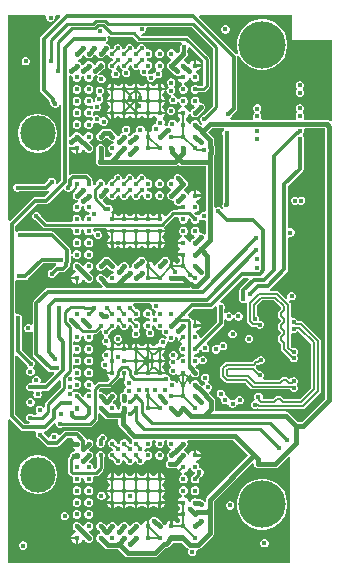
<source format=gbr>
G04*
G04 #@! TF.GenerationSoftware,Altium Limited,Altium Designer,24.9.1 (31)*
G04*
G04 Layer_Physical_Order=6*
G04 Layer_Color=16711680*
%FSLAX44Y44*%
%MOMM*%
G71*
G04*
G04 #@! TF.SameCoordinates,B0B6A01D-2D76-4B53-9768-4341F4B449A0*
G04*
G04*
G04 #@! TF.FilePolarity,Positive*
G04*
G01*
G75*
%ADD49C,0.3200*%
%ADD50C,0.4000*%
%ADD51C,0.3000*%
%ADD52C,0.1800*%
%ADD54C,0.5000*%
%ADD55C,0.2200*%
%ADD56C,4.0000*%
%ADD57C,0.4000*%
%ADD59C,0.4500*%
%ADD60C,3.0000*%
G36*
X44144Y462614D02*
X27765Y446235D01*
X27080Y445210D01*
X26839Y444000D01*
Y401000D01*
X27080Y399790D01*
X27765Y398765D01*
X34839Y391691D01*
Y391217D01*
X35080Y390007D01*
X35765Y388982D01*
X36541Y388206D01*
X37033Y387017D01*
X38017Y386033D01*
X39304Y385500D01*
X40696D01*
X41983Y386033D01*
X42967Y387017D01*
X43339Y387916D01*
X44839Y387617D01*
Y324309D01*
X41621Y321091D01*
X40350Y321941D01*
X40500Y322304D01*
Y323696D01*
X39967Y324983D01*
X38983Y325967D01*
X37696Y326500D01*
X36304D01*
X35017Y325967D01*
X34033Y324983D01*
X33694Y324164D01*
X30691Y321161D01*
X9515D01*
X8696Y321500D01*
X7304D01*
X6017Y320967D01*
X5033Y319983D01*
X4500Y318696D01*
Y317304D01*
X5033Y316017D01*
X6017Y315033D01*
X7304Y314500D01*
X8696D01*
X9515Y314839D01*
X32000D01*
X33210Y315080D01*
X34051Y315642D01*
X35007Y314477D01*
X30691Y310161D01*
X23000D01*
X21790Y309920D01*
X20765Y309235D01*
X1500Y289970D01*
X0Y290591D01*
Y464000D01*
X31416D01*
X32500Y462696D01*
Y461304D01*
X33033Y460017D01*
X34017Y459033D01*
X35304Y458500D01*
X36696D01*
X37983Y459033D01*
X38967Y460017D01*
X39500Y461304D01*
Y462696D01*
X40584Y464000D01*
X43570D01*
X44144Y462614D01*
D02*
G37*
G36*
X240000Y443000D02*
X274000D01*
Y374663D01*
X272614Y374089D01*
X272180Y374523D01*
X271022Y375297D01*
X269657Y375569D01*
X250890D01*
X250461Y376280D01*
X250165Y377069D01*
X250625Y378179D01*
Y379571D01*
X250092Y380858D01*
X249805Y381145D01*
X249264Y382125D01*
X249805Y383105D01*
X250092Y383392D01*
X250625Y384679D01*
Y386071D01*
X250092Y387358D01*
X249108Y388342D01*
X247821Y388875D01*
X246429D01*
X245142Y388342D01*
X244158Y387358D01*
X243625Y386071D01*
Y384679D01*
X244158Y383392D01*
X244445Y383105D01*
X244986Y382125D01*
X244445Y381145D01*
X244158Y380858D01*
X243625Y379571D01*
Y378179D01*
X244085Y377069D01*
X243789Y376280D01*
X243360Y375569D01*
X214890D01*
X214576Y375890D01*
X214019Y377069D01*
X214375Y377929D01*
Y379321D01*
X213842Y380608D01*
X213680Y380770D01*
X213066Y381881D01*
X213680Y382730D01*
X213967Y383017D01*
X214500Y384304D01*
Y385696D01*
X213967Y386983D01*
X212983Y387967D01*
X211696Y388500D01*
X210304D01*
X209017Y387967D01*
X208033Y386983D01*
X207500Y385696D01*
Y384304D01*
X208033Y383017D01*
X208195Y382855D01*
X208809Y381744D01*
X208195Y380895D01*
X207908Y380608D01*
X207375Y379321D01*
Y377929D01*
X207731Y377069D01*
X207174Y375890D01*
X206860Y375569D01*
X188467D01*
X188125Y376872D01*
X188118Y377069D01*
X189067Y378017D01*
X189406Y378837D01*
X193235Y382665D01*
X193920Y383690D01*
X194161Y384900D01*
Y429000D01*
X194081Y429401D01*
X195523Y429839D01*
X195947Y428816D01*
X198300Y425295D01*
X201295Y422300D01*
X204816Y419947D01*
X208729Y418326D01*
X212882Y417500D01*
X217118D01*
X221271Y418326D01*
X225184Y419947D01*
X228705Y422300D01*
X231700Y425295D01*
X234053Y428816D01*
X235674Y432729D01*
X236500Y436882D01*
Y441118D01*
X235674Y445271D01*
X234053Y449184D01*
X231700Y452705D01*
X228705Y455700D01*
X225184Y458053D01*
X221271Y459674D01*
X217118Y460500D01*
X212882D01*
X208729Y459674D01*
X204816Y458053D01*
X201295Y455700D01*
X198300Y452705D01*
X195947Y449184D01*
X194326Y445271D01*
X193500Y441118D01*
Y436882D01*
X194326Y432729D01*
X194792Y431605D01*
X193462Y430895D01*
X193235Y431235D01*
X161856Y462614D01*
X162430Y464000D01*
X240000D01*
Y443000D01*
D02*
G37*
G36*
X173349Y435902D02*
Y387098D01*
X165751Y379500D01*
X165304D01*
X164017Y378967D01*
X163033Y377983D01*
X162500Y376696D01*
Y375304D01*
X163033Y374017D01*
X163932Y373119D01*
X164016Y372952D01*
X163991Y371420D01*
X163507Y371140D01*
X161660Y372986D01*
X161479Y373424D01*
X160424Y374479D01*
X159046Y375050D01*
X157554D01*
X156176Y374479D01*
X155121Y373424D01*
X154550Y372046D01*
X153090Y372142D01*
Y372253D01*
X152361Y374013D01*
X151013Y375361D01*
X150706Y375488D01*
Y377112D01*
X151013Y377239D01*
X152361Y378587D01*
X153090Y380347D01*
Y380458D01*
X154550Y380554D01*
X155121Y379176D01*
X156176Y378121D01*
X157554Y377550D01*
X159046D01*
X160424Y378121D01*
X161479Y379176D01*
X161660Y379614D01*
X165523Y383477D01*
X165719Y383769D01*
X165967Y384017D01*
X166102Y384342D01*
X166297Y384634D01*
X166366Y384979D01*
X166500Y385304D01*
Y385655D01*
X166569Y386000D01*
X166500Y386345D01*
Y386696D01*
X166366Y387021D01*
X166297Y387366D01*
X166102Y387658D01*
X165967Y387983D01*
X165719Y388231D01*
X165523Y388523D01*
X165231Y388719D01*
X164983Y388967D01*
X164658Y389102D01*
X164366Y389297D01*
X164021Y389366D01*
X163696Y389500D01*
X163345D01*
X163245Y389520D01*
X162582Y390093D01*
X162079Y390725D01*
X162050Y390886D01*
Y392046D01*
X161479Y393424D01*
X160424Y394479D01*
X159046Y395050D01*
X157554D01*
X156176Y394479D01*
X155121Y393424D01*
X154550Y392046D01*
Y390554D01*
X155121Y389176D01*
X156176Y388121D01*
X157432Y387600D01*
X157719Y387000D01*
X158003Y386050D01*
X156614Y384660D01*
X156176Y384479D01*
X155121Y383424D01*
X154550Y382046D01*
X153090Y382142D01*
Y382253D01*
X152361Y384013D01*
X151013Y385361D01*
X149253Y386090D01*
X149142D01*
X149046Y387550D01*
X150424Y388121D01*
X151479Y389176D01*
X152050Y390554D01*
Y392046D01*
X151479Y393424D01*
X150424Y394479D01*
X149046Y395050D01*
X147554D01*
X146176Y394479D01*
X145121Y393424D01*
X144910Y392914D01*
X144699Y392882D01*
X143348Y393063D01*
X142967Y393983D01*
X141983Y394967D01*
X140696Y395500D01*
X140202D01*
X139903Y397000D01*
X139983Y397033D01*
X140967Y398017D01*
X141500Y399304D01*
Y400696D01*
X140967Y401983D01*
X140377Y402573D01*
X140127Y403500D01*
X140377Y404427D01*
X140967Y405017D01*
X141500Y406304D01*
Y407696D01*
X140967Y408983D01*
X139983Y409967D01*
X138696Y410500D01*
X137304D01*
X136017Y409967D01*
X135033Y408983D01*
X134500Y407696D01*
Y406304D01*
X135033Y405017D01*
X135623Y404427D01*
X135873Y403500D01*
X135623Y402573D01*
X135033Y401983D01*
X134500Y400696D01*
X133090Y400913D01*
Y400347D01*
X133090Y400347D01*
X134500Y400130D01*
Y399304D01*
X135033Y398017D01*
X136017Y397033D01*
X137304Y396500D01*
X137798D01*
X138097Y395000D01*
X138017Y394967D01*
X137033Y393983D01*
X136500Y392696D01*
Y391304D01*
X137033Y390017D01*
X138017Y389033D01*
X139304Y388500D01*
X140696D01*
X141983Y389033D01*
X142967Y390017D01*
X143120Y390386D01*
X143520Y390433D01*
X144682Y390237D01*
X145121Y389176D01*
X146176Y388121D01*
X147554Y387550D01*
X147458Y386090D01*
X147347D01*
X145587Y385361D01*
X144239Y384013D01*
X143530Y382300D01*
X148300D01*
Y380300D01*
X143530D01*
X144239Y378587D01*
X145587Y377239D01*
X145894Y377112D01*
Y375488D01*
X145587Y375361D01*
X144239Y374013D01*
X143886Y373160D01*
X142285Y373215D01*
X141967Y373983D01*
X140983Y374967D01*
X139696Y375500D01*
X138304D01*
X137017Y374967D01*
X136033Y373983D01*
X135500Y372696D01*
Y371998D01*
X135198Y371136D01*
X134181Y370569D01*
X134135D01*
X133315Y370405D01*
X132224Y371561D01*
X132208Y371598D01*
X132500Y372304D01*
Y373696D01*
X131967Y374983D01*
X131240Y375710D01*
X131103Y376638D01*
X131253Y377479D01*
X132361Y378587D01*
X133070Y380300D01*
X128300D01*
Y382300D01*
X133070D01*
X132361Y384013D01*
X131013Y385361D01*
X130706Y385488D01*
Y387112D01*
X131013Y387239D01*
X132361Y388587D01*
X133070Y390300D01*
X128300D01*
Y392300D01*
X133070D01*
X132361Y394013D01*
X131013Y395361D01*
X130706Y395488D01*
Y397112D01*
X131013Y397239D01*
X132361Y398587D01*
X133070Y400300D01*
X128300D01*
Y401300D01*
X127300D01*
Y406070D01*
X125587Y405361D01*
X124239Y404013D01*
X124112Y403706D01*
X122488D01*
X122361Y404013D01*
X121013Y405361D01*
X119300Y406071D01*
Y401300D01*
X117300D01*
Y406070D01*
X115587Y405361D01*
X114239Y404013D01*
X114112Y403706D01*
X112488D01*
X112361Y404013D01*
X111013Y405361D01*
X109300Y406070D01*
Y401300D01*
X107300D01*
Y406070D01*
X105587Y405361D01*
X104239Y404013D01*
X104112Y403706D01*
X102488D01*
X102361Y404013D01*
X101013Y405361D01*
X99300Y406070D01*
Y401300D01*
X97300D01*
Y406071D01*
X95587Y405361D01*
X94239Y404013D01*
X94112Y403706D01*
X92488D01*
X92361Y404013D01*
X91013Y405361D01*
X89300Y406070D01*
Y401300D01*
X88300D01*
Y400300D01*
X83530D01*
X84239Y398587D01*
X85587Y397239D01*
X85894Y397112D01*
Y395488D01*
X85587Y395361D01*
X84239Y394013D01*
X83530Y392300D01*
X88300D01*
Y390300D01*
X83530D01*
X84239Y388587D01*
X85587Y387239D01*
X85894Y387112D01*
Y385488D01*
X85587Y385361D01*
X84239Y384013D01*
X83530Y382300D01*
X88300D01*
Y381300D01*
X89300D01*
Y376530D01*
X91013Y377239D01*
X92361Y378587D01*
X92488Y378894D01*
X94112D01*
X94239Y378587D01*
X95587Y377239D01*
X97300Y376530D01*
Y381300D01*
X99300D01*
Y376530D01*
X101013Y377239D01*
X102361Y378587D01*
X102488Y378894D01*
X104112D01*
X104239Y378587D01*
X105587Y377239D01*
X107300Y376530D01*
Y381300D01*
X109300D01*
Y376530D01*
X111013Y377239D01*
X112361Y378587D01*
X112488Y378894D01*
X114112D01*
X114239Y378587D01*
X115587Y377239D01*
X117300Y376530D01*
Y381300D01*
X119300D01*
Y376530D01*
X121013Y377239D01*
X122361Y378587D01*
X122488Y378894D01*
X124112D01*
X124239Y378587D01*
X125587Y377239D01*
X126027Y377057D01*
X126350Y375300D01*
X126033Y374983D01*
X125500Y373696D01*
Y372304D01*
X124304Y371500D01*
X123017Y370967D01*
X122033Y369983D01*
X121500Y368696D01*
Y367304D01*
X121822Y366526D01*
X121772Y366454D01*
X120612Y365527D01*
X119300Y366070D01*
Y361300D01*
X117300D01*
Y366070D01*
X116886Y365899D01*
X116734Y365943D01*
X115500Y366948D01*
Y367696D01*
X114967Y368983D01*
X113983Y369967D01*
X112696Y370500D01*
X111304D01*
X110017Y369967D01*
X109033Y368983D01*
X108500Y367696D01*
Y366304D01*
X108503Y366297D01*
X107669Y365050D01*
X107554D01*
X106176Y364479D01*
X105121Y363424D01*
X104939Y362986D01*
X103550Y361597D01*
X102600Y361881D01*
X102000Y362168D01*
X101912Y362380D01*
X101980Y363978D01*
X102487Y364537D01*
X102967Y365017D01*
X103500Y366304D01*
Y367696D01*
X102967Y368983D01*
X101983Y369967D01*
X100696Y370500D01*
X99304D01*
X98017Y369967D01*
X97033Y368983D01*
X96500Y367696D01*
Y366304D01*
X97033Y365017D01*
X96993Y364818D01*
X96176Y364479D01*
X95121Y363424D01*
X94939Y362986D01*
X93550Y361597D01*
X92600Y361881D01*
X92000Y362168D01*
X91479Y363424D01*
X90424Y364479D01*
X89755Y364756D01*
X87988Y366523D01*
X86830Y367297D01*
X85465Y367569D01*
X81135D01*
X79770Y367297D01*
X78612Y366523D01*
X76845Y364756D01*
X76176Y364479D01*
X75121Y363424D01*
X74550Y362046D01*
Y360554D01*
X75121Y359176D01*
X76176Y358121D01*
X77554Y357550D01*
X79046D01*
X80424Y358121D01*
X81479Y359176D01*
X81565Y359383D01*
X82613Y360431D01*
X83987D01*
X85035Y359383D01*
X85121Y359176D01*
X86176Y358121D01*
X87554Y357550D01*
X88714D01*
X88875Y357521D01*
X89138Y357311D01*
X89350Y356326D01*
X88439Y355050D01*
X87554D01*
X86176Y354479D01*
X85121Y353424D01*
X84550Y352046D01*
Y350554D01*
X85121Y349176D01*
X86176Y348121D01*
X87432Y347600D01*
X87719Y347000D01*
X88003Y346050D01*
X85522Y343569D01*
X81869D01*
Y350116D01*
X82050Y350554D01*
Y352046D01*
X81479Y353424D01*
X80424Y354479D01*
X79046Y355050D01*
X77554D01*
X76176Y354479D01*
X75121Y353424D01*
X74550Y352046D01*
Y350554D01*
X74731Y350116D01*
Y341408D01*
X74703Y341366D01*
X74634Y341021D01*
X74500Y340696D01*
Y340345D01*
X74431Y340000D01*
X74500Y339655D01*
Y339304D01*
X74634Y338979D01*
X74703Y338634D01*
X74898Y338342D01*
X75033Y338017D01*
X75281Y337769D01*
X75477Y337477D01*
X75769Y337281D01*
X76017Y337033D01*
X76342Y336898D01*
X76634Y336703D01*
X76979Y336634D01*
X77304Y336500D01*
X77655D01*
X78000Y336431D01*
X141000D01*
X142366Y336703D01*
X143523Y337477D01*
X144000Y337953D01*
X144477Y337477D01*
X145634Y336703D01*
X147000Y336431D01*
X167431D01*
Y298325D01*
X166196Y297500D01*
X164804D01*
X163517Y296967D01*
X162533Y295983D01*
X162096Y294928D01*
X161192Y294538D01*
X160500Y294403D01*
X160424Y294479D01*
X159046Y295050D01*
X158299D01*
X157185Y296164D01*
X157268Y296476D01*
X157920Y297550D01*
X159046D01*
X160424Y298121D01*
X161479Y299176D01*
X162050Y300554D01*
Y302046D01*
X161479Y303424D01*
X160424Y304479D01*
X159046Y305050D01*
X159142Y306510D01*
X159253D01*
X161013Y307239D01*
X162361Y308587D01*
X163070Y310300D01*
X158300D01*
Y311300D01*
X157300D01*
Y316070D01*
X155587Y315361D01*
X154239Y314013D01*
X153510Y312253D01*
Y312142D01*
X152050Y312046D01*
X151479Y313424D01*
X150424Y314479D01*
X149168Y315000D01*
X148881Y315600D01*
X148597Y316550D01*
X149986Y317939D01*
X150424Y318121D01*
X151479Y319176D01*
X152050Y320554D01*
Y322046D01*
X151479Y323424D01*
X150424Y324479D01*
X149986Y324660D01*
X146123Y328523D01*
X145831Y328719D01*
X145583Y328967D01*
X145258Y329102D01*
X144966Y329297D01*
X144621Y329366D01*
X144296Y329500D01*
X143945D01*
X143600Y329569D01*
X143255Y329500D01*
X142904D01*
X142579Y329366D01*
X142234Y329297D01*
X141942Y329102D01*
X141617Y328967D01*
X141369Y328719D01*
X141077Y328523D01*
X140881Y328231D01*
X140633Y327983D01*
X140498Y327658D01*
X140303Y327366D01*
X140234Y327021D01*
X140100Y326696D01*
Y326345D01*
X140080Y326245D01*
X139507Y325582D01*
X138875Y325079D01*
X138714Y325050D01*
X137554D01*
X136176Y324479D01*
X135121Y323424D01*
X134550Y322046D01*
Y320554D01*
X135121Y319176D01*
X136176Y318121D01*
X137432Y317600D01*
X137719Y317000D01*
X138003Y316050D01*
X136614Y314660D01*
X136176Y314479D01*
X135121Y313424D01*
X134550Y312046D01*
Y310554D01*
X135121Y309176D01*
X136176Y308121D01*
X137554Y307550D01*
X138714D01*
X138875Y307521D01*
X139507Y307018D01*
X140080Y306355D01*
X140100Y306255D01*
Y305904D01*
X140234Y305579D01*
X140303Y305234D01*
X140498Y304942D01*
X140633Y304617D01*
X140881Y304369D01*
X141077Y304077D01*
X141369Y303881D01*
X141617Y303633D01*
X141942Y303498D01*
X142234Y303303D01*
X142315Y303287D01*
X143455Y302300D01*
X148300D01*
Y300300D01*
X143530D01*
X143634Y300048D01*
X142801Y298801D01*
X140009D01*
X140009Y298801D01*
X138995Y298599D01*
X138134Y298025D01*
X133831Y293721D01*
X132831Y293920D01*
X132181Y294193D01*
X131013Y295361D01*
X129300Y296070D01*
Y291300D01*
X127300D01*
Y296070D01*
X125587Y295361D01*
X124239Y294013D01*
X124112Y293706D01*
X122488D01*
X122361Y294013D01*
X121013Y295361D01*
X119300Y296070D01*
Y291300D01*
X117300D01*
Y296070D01*
X115587Y295361D01*
X114239Y294013D01*
X114112Y293706D01*
X112488D01*
X112361Y294013D01*
X111013Y295361D01*
X109300Y296070D01*
Y291300D01*
X107300D01*
Y296070D01*
X105587Y295361D01*
X104239Y294013D01*
X104112Y293706D01*
X102488D01*
X102361Y294013D01*
X101013Y295361D01*
X99300Y296070D01*
Y291300D01*
X97300D01*
Y296070D01*
X95587Y295361D01*
X94239Y294013D01*
X94112Y293706D01*
X92488D01*
X92361Y294013D01*
X91013Y295361D01*
X89253Y296090D01*
X88161D01*
X87540Y297590D01*
X87967Y298017D01*
X88500Y299304D01*
Y300696D01*
X87967Y301983D01*
X86983Y302967D01*
X85696Y303500D01*
X84304D01*
X83375Y303115D01*
X80119Y306371D01*
X80424Y308121D01*
X81479Y309176D01*
X81660Y309614D01*
X83050Y311003D01*
X84000Y310719D01*
X84600Y310432D01*
X85121Y309176D01*
X86176Y308121D01*
X87554Y307550D01*
X89046D01*
X90424Y308121D01*
X91479Y309176D01*
X92050Y310554D01*
Y310672D01*
X93423Y311897D01*
X94169Y311796D01*
X94550Y311230D01*
Y310554D01*
X95121Y309176D01*
X96176Y308121D01*
X97554Y307550D01*
X99046D01*
X100424Y308121D01*
X101479Y309176D01*
X102050Y310554D01*
Y310672D01*
X103423Y311897D01*
X104169Y311796D01*
X104550Y311230D01*
Y310554D01*
X105121Y309176D01*
X106176Y308121D01*
X107554Y307550D01*
X109046D01*
X110424Y308121D01*
X111479Y309176D01*
X112050Y310554D01*
Y310672D01*
X113423Y311897D01*
X114169Y311796D01*
X114550Y311230D01*
Y310554D01*
X115121Y309176D01*
X116176Y308121D01*
X117554Y307550D01*
X119046D01*
X120424Y308121D01*
X121479Y309176D01*
X122050Y310554D01*
Y312046D01*
X121479Y313424D01*
X120424Y314479D01*
X119046Y315050D01*
X118199D01*
X117526Y315777D01*
X117182Y316474D01*
X117434Y317324D01*
X117770Y317550D01*
X119046D01*
X120424Y318121D01*
X121479Y319176D01*
X122050Y320554D01*
Y322046D01*
X121479Y323424D01*
X120424Y324479D01*
X119046Y325050D01*
X117886D01*
X117490Y325122D01*
X116500Y326237D01*
Y326696D01*
X115967Y327983D01*
X114983Y328967D01*
X113696Y329500D01*
X112304D01*
X111017Y328967D01*
X110033Y327983D01*
X109500Y326696D01*
Y326581D01*
X108246Y325367D01*
X107237Y325407D01*
X106500Y326237D01*
Y326696D01*
X105967Y327983D01*
X104983Y328967D01*
X103696Y329500D01*
X102304D01*
X101017Y328967D01*
X100033Y327983D01*
X99500Y326696D01*
Y326581D01*
X98246Y325367D01*
X97237Y325407D01*
X96500Y326237D01*
Y326696D01*
X95967Y327983D01*
X94983Y328967D01*
X93696Y329500D01*
X92304D01*
X91017Y328967D01*
X90033Y327983D01*
X89500Y326696D01*
Y325961D01*
X88589Y325050D01*
X87554D01*
X86176Y324479D01*
X85121Y323424D01*
X84550Y322046D01*
Y321161D01*
X83273Y320250D01*
X82289Y320462D01*
X82079Y320725D01*
X82050Y320886D01*
Y322046D01*
X81479Y323424D01*
X80424Y324479D01*
X79046Y325050D01*
X77554D01*
X76176Y324479D01*
X75121Y323424D01*
X74550Y322046D01*
Y321299D01*
X73436Y320185D01*
X73124Y320268D01*
X72050Y320920D01*
Y322046D01*
X71479Y323424D01*
X71366Y323537D01*
Y324776D01*
X71125Y325985D01*
X70440Y327010D01*
X68566Y328885D01*
X67540Y329570D01*
X66331Y329811D01*
X54574D01*
X53365Y329570D01*
X52661Y329100D01*
X51161Y329615D01*
Y352198D01*
X51188Y352244D01*
X51512Y352572D01*
X52360Y353099D01*
X53438Y352300D01*
X58300D01*
Y351300D01*
X59300D01*
Y346530D01*
X61013Y347239D01*
X62361Y348587D01*
X62796Y349636D01*
X64476Y350078D01*
X64939Y349614D01*
X65121Y349176D01*
X66176Y348121D01*
X67554Y347550D01*
X69046D01*
X70424Y348121D01*
X71479Y349176D01*
X72050Y350554D01*
Y352046D01*
X71479Y353424D01*
X70424Y354479D01*
X69986Y354660D01*
X68597Y356050D01*
X68881Y357000D01*
X69168Y357600D01*
X70424Y358121D01*
X71479Y359176D01*
X72050Y360554D01*
Y362046D01*
X71479Y363424D01*
X70424Y364479D01*
X69046Y365050D01*
X67554D01*
X66176Y364479D01*
X65121Y363424D01*
X64601Y362168D01*
X64000Y361881D01*
X63050Y361597D01*
X61660Y362986D01*
X61479Y363424D01*
X60424Y364479D01*
X59046Y365050D01*
X57554D01*
X56176Y364479D01*
X55121Y363424D01*
X54939Y362986D01*
X52547Y360593D01*
X51161Y361167D01*
Y412198D01*
X51188Y412244D01*
X51512Y412572D01*
X52579Y413234D01*
X52904Y413100D01*
X53255D01*
X53355Y413080D01*
X54018Y412506D01*
X54521Y411875D01*
X54550Y411714D01*
Y410554D01*
X55121Y409176D01*
X56176Y408121D01*
X57554Y407550D01*
X59046D01*
X60424Y408121D01*
X61479Y409176D01*
X62050Y410554D01*
Y411439D01*
X63327Y412350D01*
X64311Y412138D01*
X64521Y411875D01*
X64550Y411714D01*
Y410554D01*
X65121Y409176D01*
X66176Y408121D01*
X67554Y407550D01*
X69046D01*
X70424Y408121D01*
X71479Y409176D01*
X72050Y410554D01*
Y411810D01*
X72066Y411855D01*
X72410Y412366D01*
X73237Y413100D01*
X73255D01*
X73600Y413032D01*
X73945Y413100D01*
X74296D01*
X74621Y413234D01*
X74966Y413303D01*
X75258Y413498D01*
X75417Y413488D01*
X76213Y412163D01*
X76033Y411983D01*
X75500Y410696D01*
Y409304D01*
X76033Y408017D01*
X77017Y407033D01*
X78304Y406500D01*
X79696D01*
X80983Y407033D01*
X81967Y408017D01*
X82500Y409304D01*
Y410696D01*
X81967Y411983D01*
X80983Y412967D01*
X79696Y413500D01*
X78304D01*
X77047Y412979D01*
X76993Y412999D01*
X76205Y414048D01*
X76634Y414587D01*
X76158Y414111D01*
X76158Y414111D01*
X76691Y414644D01*
X79509Y417462D01*
X79861Y417532D01*
X81184Y418416D01*
X82068Y419739D01*
X82378Y421300D01*
X82068Y422861D01*
X81184Y424184D01*
X79861Y425068D01*
X78300Y425378D01*
X76739Y425068D01*
X75416Y424184D01*
X74532Y422861D01*
X74485Y422623D01*
X73385Y421825D01*
X71948Y422291D01*
X71479Y423424D01*
X70424Y424479D01*
X69046Y425050D01*
X67554D01*
X66176Y424479D01*
X65121Y423424D01*
X64939Y422986D01*
X63550Y421597D01*
X62600Y421881D01*
X62000Y422168D01*
X61479Y423424D01*
X60424Y424479D01*
X59046Y425050D01*
X59142Y426510D01*
X59253D01*
X61013Y427239D01*
X62361Y428587D01*
X63090Y430347D01*
Y430458D01*
X64550Y430554D01*
X65121Y429176D01*
X66176Y428121D01*
X67554Y427550D01*
X69046D01*
X70424Y428121D01*
X71479Y429176D01*
X71660Y429614D01*
X73050Y431003D01*
X74000Y430719D01*
X74601Y430432D01*
X75121Y429176D01*
X76176Y428121D01*
X77554Y427550D01*
X79046D01*
X80424Y428121D01*
X81479Y429176D01*
X81660Y429614D01*
X83050Y431003D01*
X84000Y430719D01*
X84600Y430432D01*
X85121Y429176D01*
X86176Y428121D01*
X87554Y427550D01*
X88230D01*
X88797Y427169D01*
X88897Y426423D01*
X87673Y425050D01*
X87554D01*
X86176Y424479D01*
X85121Y423424D01*
X84550Y422046D01*
Y420554D01*
X85121Y419176D01*
X86176Y418121D01*
X87554Y417550D01*
X88100Y416050D01*
X88033Y415983D01*
X87500Y414696D01*
Y413304D01*
X88033Y412017D01*
X89017Y411033D01*
X90304Y410500D01*
X91696D01*
X92983Y411033D01*
X93967Y412017D01*
X94500Y413304D01*
Y414696D01*
X93967Y415983D01*
X92983Y416967D01*
X91858Y417433D01*
X91524Y418159D01*
X91303Y419000D01*
X91479Y419176D01*
X92050Y420554D01*
Y420672D01*
X93423Y421897D01*
X94169Y421796D01*
X94550Y421230D01*
Y420554D01*
X95121Y419176D01*
X96176Y418121D01*
X97033Y416983D01*
X96779Y416371D01*
X96500Y415696D01*
Y414304D01*
X97033Y413017D01*
X98017Y412033D01*
X99304Y411500D01*
X100696D01*
X101983Y412033D01*
X102967Y413017D01*
X103500Y414304D01*
Y415696D01*
X102967Y416983D01*
X102187Y417763D01*
X101934Y418269D01*
X101699Y419708D01*
X102050Y420554D01*
Y420672D01*
X103423Y421897D01*
X104169Y421796D01*
X104550Y421230D01*
Y420554D01*
X105121Y419176D01*
X106176Y418121D01*
X107554Y417550D01*
X109046D01*
X110424Y418121D01*
X110497Y418193D01*
X111768Y417344D01*
X111500Y416696D01*
Y415304D01*
X112033Y414017D01*
X113017Y413033D01*
X114304Y412500D01*
X115696D01*
X116316Y412757D01*
X117500Y411696D01*
Y410304D01*
X118033Y409017D01*
X119017Y408033D01*
X120304Y407500D01*
X121696D01*
X122983Y408033D01*
X123967Y409017D01*
X124303Y409829D01*
X124597Y410325D01*
X126000Y410626D01*
X126304Y410500D01*
X127696D01*
X128983Y411033D01*
X129967Y412017D01*
X130500Y413304D01*
Y414696D01*
X129967Y415983D01*
X129737Y416213D01*
X130089Y417982D01*
X130424Y418121D01*
X131479Y419176D01*
X132050Y420554D01*
Y422046D01*
X131479Y423424D01*
X130424Y424479D01*
X129046Y425050D01*
X127554D01*
X126176Y424479D01*
X125121Y423424D01*
X124550Y422046D01*
Y420554D01*
X125121Y419176D01*
X125504Y418792D01*
X125179Y417034D01*
X125017Y416967D01*
X124033Y415983D01*
X123697Y415171D01*
X123403Y414675D01*
X122000Y414374D01*
X121696Y414500D01*
X120304D01*
X119684Y414243D01*
X118500Y415304D01*
Y416696D01*
X118491Y416719D01*
X119046Y417550D01*
X120424Y418121D01*
X121479Y419176D01*
X122050Y420554D01*
Y422046D01*
X121479Y423424D01*
X120424Y424479D01*
X119046Y425050D01*
X118199D01*
X117526Y425777D01*
X117182Y426474D01*
X117434Y427324D01*
X117770Y427550D01*
X119046D01*
X120424Y428121D01*
X121479Y429176D01*
X122050Y430554D01*
Y432046D01*
X121479Y433424D01*
X120424Y434479D01*
X119046Y435050D01*
X117886D01*
X117490Y435122D01*
X116500Y436237D01*
Y436696D01*
X115967Y437983D01*
X114983Y438967D01*
X113696Y439500D01*
X112304D01*
X111017Y438967D01*
X110033Y437983D01*
X109500Y436696D01*
Y436582D01*
X108246Y435367D01*
X107237Y435407D01*
X106500Y436237D01*
Y436696D01*
X105967Y437983D01*
X104983Y438967D01*
X103696Y439500D01*
X102304D01*
X101017Y438967D01*
X100033Y437983D01*
X99500Y436696D01*
Y436582D01*
X98246Y435367D01*
X97237Y435407D01*
X96500Y436237D01*
Y436696D01*
X95967Y437983D01*
X94983Y438967D01*
X93696Y439500D01*
X92304D01*
X91017Y438967D01*
X90033Y437983D01*
X89500Y436696D01*
Y435961D01*
X88589Y435050D01*
X87886D01*
X87725Y435079D01*
X87093Y435582D01*
X86520Y436245D01*
X86500Y436345D01*
Y436696D01*
X86365Y437021D01*
X86297Y437366D01*
X86102Y437658D01*
X85967Y437983D01*
X85719Y438231D01*
X85523Y438523D01*
X85231Y438719D01*
X84983Y438967D01*
X84658Y439102D01*
X84366Y439297D01*
X84021Y439366D01*
X83696Y439500D01*
X83345D01*
X83248Y439519D01*
X82949Y440328D01*
X82905Y441001D01*
X82983Y441033D01*
X83967Y442017D01*
X84500Y443304D01*
Y444696D01*
X83967Y445983D01*
X85231Y446726D01*
X86091Y446151D01*
X87105Y445949D01*
X87106Y445949D01*
X105302D01*
X109125Y442126D01*
X109986Y441551D01*
X111000Y441349D01*
X111000Y441349D01*
X146440D01*
X146839Y440395D01*
X146899Y439849D01*
X146033Y438983D01*
X145500Y437696D01*
Y436895D01*
X145388Y436332D01*
Y433691D01*
X145121Y433424D01*
X144939Y432986D01*
X143550Y431597D01*
X142600Y431881D01*
X142000Y432168D01*
X141479Y433424D01*
X140424Y434479D01*
X139046Y435050D01*
X137554D01*
X136176Y434479D01*
X135121Y433424D01*
X134550Y432046D01*
Y430554D01*
X135121Y429176D01*
X136176Y428121D01*
X137432Y427600D01*
X137719Y427000D01*
X138003Y426050D01*
X136614Y424660D01*
X136176Y424479D01*
X135121Y423424D01*
X134550Y422046D01*
Y420554D01*
X135121Y419176D01*
X136176Y418121D01*
X136614Y417939D01*
X140477Y414077D01*
X140769Y413881D01*
X141017Y413633D01*
X141342Y413498D01*
X141634Y413303D01*
X141979Y413234D01*
X142247Y413124D01*
X142345Y413071D01*
X143201Y412470D01*
X143261Y412300D01*
X148300D01*
Y410300D01*
X143530D01*
X144239Y408587D01*
X145587Y407239D01*
X147347Y406510D01*
X147458D01*
X147554Y405050D01*
X146176Y404479D01*
X145121Y403424D01*
X144550Y402046D01*
Y400554D01*
X145121Y399176D01*
X146176Y398121D01*
X147554Y397550D01*
X149046D01*
X150424Y398121D01*
X151479Y399176D01*
X152050Y400554D01*
Y402046D01*
X151479Y403424D01*
X150424Y404479D01*
X149046Y405050D01*
X149143Y406510D01*
X149253D01*
X151013Y407239D01*
X152361Y408587D01*
X153090Y410347D01*
Y410458D01*
X154550Y410554D01*
X155121Y409176D01*
X156176Y408121D01*
X157554Y407550D01*
X159046D01*
X160424Y408121D01*
X161479Y409176D01*
X162050Y410554D01*
Y412046D01*
X161479Y413424D01*
X160424Y414479D01*
X159046Y415050D01*
X159142Y416510D01*
X159253D01*
X161013Y417239D01*
X162361Y418587D01*
X163071Y420300D01*
X158300D01*
Y421300D01*
X157300D01*
Y426070D01*
X155587Y425361D01*
X154239Y424013D01*
X153805Y422964D01*
X152124Y422523D01*
X151660Y422986D01*
X151479Y423424D01*
X150424Y424479D01*
X149168Y425000D01*
X148881Y425600D01*
X148597Y426550D01*
X149986Y427939D01*
X150424Y428121D01*
X151479Y429176D01*
X152050Y430554D01*
Y432046D01*
X151709Y432868D01*
Y434760D01*
X151967Y435017D01*
X152500Y436304D01*
Y436630D01*
X154000Y437251D01*
X165349Y425902D01*
Y405098D01*
X164202Y403951D01*
X160952D01*
X160424Y404479D01*
X159046Y405050D01*
X157554D01*
X156176Y404479D01*
X155121Y403424D01*
X154550Y402046D01*
Y400554D01*
X155121Y399176D01*
X156176Y398121D01*
X157554Y397550D01*
X159046D01*
X160424Y398121D01*
X160952Y398649D01*
X165300D01*
X165300Y398649D01*
X166315Y398851D01*
X167174Y399426D01*
X169874Y402126D01*
X169874Y402126D01*
X170449Y402985D01*
X170651Y404000D01*
Y427000D01*
X170449Y428014D01*
X169874Y428875D01*
X169874Y428875D01*
X152874Y445874D01*
X152015Y446449D01*
X151000Y446651D01*
X151000Y446651D01*
X112989D01*
X112785Y447000D01*
X113643Y448500D01*
X113696D01*
X114983Y449033D01*
X115967Y450017D01*
X116500Y451304D01*
Y452696D01*
X116498Y452702D01*
X117331Y453949D01*
X155302D01*
X173349Y435902D01*
D02*
G37*
G36*
X56408Y316347D02*
X56705Y314751D01*
X56614Y314660D01*
X56176Y314479D01*
X55121Y313424D01*
X54550Y312046D01*
Y310554D01*
X55121Y309176D01*
X56176Y308121D01*
X57554Y307550D01*
X58714D01*
X58875Y307521D01*
X59138Y307311D01*
X59350Y306326D01*
X58439Y305050D01*
X57554D01*
X56176Y304479D01*
X55121Y303424D01*
X54550Y302046D01*
Y300554D01*
X55121Y299176D01*
X56176Y298121D01*
X57554Y297550D01*
X59046D01*
X60424Y298121D01*
X61479Y299176D01*
X62050Y300554D01*
Y301439D01*
X63327Y302350D01*
X64311Y302139D01*
X64521Y301875D01*
X64550Y301714D01*
Y300554D01*
X65121Y299176D01*
X66176Y298121D01*
X67554Y297550D01*
X68230D01*
X69276Y296847D01*
X69359Y296595D01*
X68622Y295143D01*
X68114Y295050D01*
X67554D01*
X66176Y294479D01*
X65121Y293424D01*
X64550Y292046D01*
Y290554D01*
X64217Y290080D01*
X63354D01*
X62050Y291442D01*
Y292046D01*
X61479Y293424D01*
X60424Y294479D01*
X59046Y295050D01*
X57554D01*
X56176Y294479D01*
X55121Y293424D01*
X54550Y292046D01*
Y290554D01*
X53528Y289101D01*
X32648D01*
X27500Y294249D01*
Y294696D01*
X26967Y295983D01*
X25983Y296967D01*
X24696Y297500D01*
X23304D01*
X22017Y296967D01*
X21033Y295983D01*
X20500Y294696D01*
Y293304D01*
X21033Y292017D01*
X22017Y291033D01*
X23304Y290500D01*
X23751D01*
X29676Y284576D01*
X29676Y284576D01*
X30536Y284001D01*
X31550Y283799D01*
X53653D01*
X54655Y282299D01*
X54550Y282046D01*
Y280554D01*
X55121Y279176D01*
X56176Y278121D01*
X57554Y277550D01*
X59046D01*
X60424Y278121D01*
X61479Y279176D01*
X62050Y280554D01*
Y282046D01*
X63221Y282983D01*
X63379D01*
X63552Y282845D01*
X64550Y281629D01*
Y280554D01*
X65121Y279176D01*
X66176Y278121D01*
X67554Y277550D01*
X69046D01*
X70424Y278121D01*
X71000Y278697D01*
X72500Y278075D01*
Y277304D01*
X73033Y276017D01*
X74017Y275033D01*
X75304Y274500D01*
X76696D01*
X77983Y275033D01*
X78967Y276017D01*
X79500Y277304D01*
Y278696D01*
X78967Y279983D01*
X77983Y280967D01*
X76696Y281500D01*
X75304D01*
X74017Y280967D01*
X73795Y280744D01*
X72352Y281282D01*
X72084Y282507D01*
X72947Y283799D01*
X82801D01*
X83634Y282552D01*
X83530Y282300D01*
X88300D01*
Y280300D01*
X83530D01*
X84239Y278587D01*
X85587Y277239D01*
X85894Y277112D01*
Y275488D01*
X85587Y275361D01*
X84239Y274013D01*
X83530Y272300D01*
X88300D01*
Y271300D01*
X89300D01*
Y266530D01*
X91013Y267239D01*
X92361Y268587D01*
X92488Y268894D01*
X94112D01*
X94239Y268587D01*
X95587Y267239D01*
X97300Y266530D01*
Y271300D01*
X99300D01*
Y266530D01*
X101013Y267239D01*
X102361Y268587D01*
X102488Y268894D01*
X104112D01*
X104239Y268587D01*
X105587Y267239D01*
X107300Y266530D01*
Y271300D01*
X109300D01*
Y266530D01*
X111013Y267239D01*
X112361Y268587D01*
X112488Y268894D01*
X114112D01*
X114239Y268587D01*
X115587Y267239D01*
X117300Y266530D01*
Y271300D01*
X119300D01*
Y266530D01*
X121013Y267239D01*
X122361Y268587D01*
X122488Y268894D01*
X124112D01*
X124239Y268587D01*
X125587Y267239D01*
X127300Y266530D01*
Y271300D01*
X128300D01*
Y272300D01*
X133070D01*
X132361Y274013D01*
X131013Y275361D01*
X130706Y275488D01*
Y277112D01*
X131013Y277239D01*
X132361Y278587D01*
X133070Y280300D01*
X128300D01*
Y282300D01*
X133070D01*
X132361Y284013D01*
X132986Y285378D01*
X141107Y293499D01*
X143528D01*
X144550Y292046D01*
Y290554D01*
X145121Y289176D01*
X146176Y288121D01*
X147554Y287550D01*
X149046D01*
X150424Y288121D01*
X151479Y289176D01*
X152050Y290554D01*
Y291680D01*
X153124Y292332D01*
X153436Y292415D01*
X154550Y291301D01*
Y290554D01*
X155121Y289176D01*
X156176Y288121D01*
X157554Y287550D01*
X159046D01*
X160424Y288121D01*
X161479Y289176D01*
X161999Y290430D01*
X162714Y290771D01*
X163517Y291033D01*
X164804Y290500D01*
X166196D01*
X167431Y289675D01*
Y278368D01*
X167430Y278367D01*
X166128Y278025D01*
X165931Y278018D01*
X165719Y278231D01*
X165523Y278523D01*
X165231Y278719D01*
X164983Y278967D01*
X164658Y279102D01*
X164366Y279297D01*
X164021Y279366D01*
X163696Y279500D01*
X163345D01*
X163245Y279520D01*
X162582Y280093D01*
X162079Y280725D01*
X162050Y280886D01*
Y282046D01*
X161479Y283424D01*
X160424Y284479D01*
X159046Y285050D01*
X157554D01*
X156176Y284479D01*
X155121Y283424D01*
X154550Y282046D01*
Y280554D01*
X155121Y279176D01*
X156176Y278121D01*
X157432Y277600D01*
X157719Y277000D01*
X158003Y276050D01*
X156614Y274660D01*
X156176Y274479D01*
X155121Y273424D01*
X154550Y272046D01*
X153090Y272142D01*
Y272253D01*
X152361Y274013D01*
X151013Y275361D01*
X149253Y276090D01*
X149142D01*
X149046Y277550D01*
X150424Y278121D01*
X151479Y279176D01*
X152050Y280554D01*
Y282046D01*
X151479Y283424D01*
X150424Y284479D01*
X149046Y285050D01*
X147554D01*
X146176Y284479D01*
X145121Y283424D01*
X144550Y282046D01*
Y280554D01*
X145121Y279176D01*
X146176Y278121D01*
X147554Y277550D01*
X147458Y276090D01*
X147347D01*
X145587Y275361D01*
X144239Y274013D01*
X143530Y272300D01*
X148300D01*
Y270300D01*
X143530D01*
X144239Y268587D01*
X145587Y267239D01*
X145894Y267112D01*
Y265488D01*
X145587Y265361D01*
X144239Y264013D01*
X143530Y262300D01*
X148300D01*
Y260300D01*
X143530D01*
X144239Y258587D01*
X145587Y257239D01*
X145894Y257112D01*
Y255488D01*
X145587Y255361D01*
X144239Y254013D01*
X144112Y253706D01*
X142488D01*
X142361Y254013D01*
X141013Y255361D01*
X139300Y256070D01*
Y251300D01*
X137300D01*
Y256145D01*
X136313Y257285D01*
X136297Y257366D01*
X136102Y257658D01*
X135967Y257983D01*
X135719Y258231D01*
X135523Y258523D01*
X135231Y258719D01*
X134983Y258967D01*
X134658Y259102D01*
X134366Y259297D01*
X134021Y259366D01*
X133696Y259500D01*
X133345D01*
X133000Y259569D01*
X132655Y259500D01*
X132304D01*
X131979Y259366D01*
X131634Y259297D01*
X131342Y259102D01*
X131017Y258967D01*
X130769Y258719D01*
X130477Y258523D01*
X126614Y254660D01*
X126176Y254479D01*
X125121Y253424D01*
X124550Y252046D01*
X123090Y252142D01*
Y252253D01*
X122361Y254013D01*
X121013Y255361D01*
X119300Y256070D01*
Y251300D01*
X117300D01*
Y256145D01*
X116313Y257285D01*
X116297Y257366D01*
X116102Y257658D01*
X115967Y257983D01*
X115719Y258231D01*
X115523Y258523D01*
X115231Y258719D01*
X114983Y258967D01*
X114658Y259102D01*
X114366Y259297D01*
X114021Y259366D01*
X113696Y259500D01*
X113345D01*
X113000Y259569D01*
X112655Y259500D01*
X112304D01*
X111979Y259366D01*
X111634Y259297D01*
X111342Y259102D01*
X111017Y258967D01*
X110769Y258719D01*
X110477Y258523D01*
X106614Y254660D01*
X106176Y254479D01*
X105121Y253424D01*
X104550Y252046D01*
Y251161D01*
X103274Y250250D01*
X102289Y250462D01*
X102079Y250725D01*
X102050Y250886D01*
Y252046D01*
X101479Y253424D01*
X100424Y254479D01*
X99046Y255050D01*
X97554D01*
X96176Y254479D01*
X95121Y253424D01*
X94939Y252986D01*
X93550Y251597D01*
X92600Y251881D01*
X92000Y252168D01*
X91479Y253424D01*
X90424Y254479D01*
X89755Y254756D01*
X85988Y258523D01*
X84830Y259297D01*
X83465Y259569D01*
X83000D01*
X82655Y259500D01*
X82304D01*
X81979Y259366D01*
X81634Y259297D01*
X81342Y259102D01*
X81017Y258967D01*
X80769Y258719D01*
X80477Y258523D01*
X76614Y254660D01*
X76176Y254479D01*
X75121Y253424D01*
X74550Y252046D01*
Y250554D01*
X75121Y249176D01*
X76176Y248121D01*
X77554Y247550D01*
X79046D01*
X80424Y248121D01*
X81479Y249176D01*
X81660Y249614D01*
X83232Y251186D01*
X85035Y249383D01*
X85121Y249176D01*
X86176Y248121D01*
X87554Y247550D01*
X88714D01*
X88875Y247521D01*
X89138Y247311D01*
X89350Y246327D01*
X88439Y245050D01*
X87554D01*
X86176Y244479D01*
X85121Y243424D01*
X84600Y242168D01*
X84000Y241881D01*
X83050Y241597D01*
X81660Y242986D01*
X81479Y243424D01*
X80424Y244479D01*
X79046Y245050D01*
X77554D01*
X76176Y244479D01*
X75121Y243424D01*
X74550Y242046D01*
Y240554D01*
X75121Y239176D01*
X76176Y238121D01*
X76614Y237939D01*
X79993Y234561D01*
X79371Y233061D01*
X33900D01*
X32690Y232820D01*
X31665Y232135D01*
X21765Y222235D01*
X21080Y221210D01*
X20839Y220000D01*
Y202482D01*
X19339Y201861D01*
X19233Y201967D01*
X17946Y202500D01*
X16554D01*
X15267Y201967D01*
X14283Y200983D01*
X13750Y199696D01*
Y198304D01*
X14283Y197017D01*
X15267Y196033D01*
X16554Y195500D01*
X17946D01*
X19233Y196033D01*
X19339Y196140D01*
X20839Y195518D01*
Y177000D01*
X21080Y175790D01*
X21765Y174765D01*
X33765Y162765D01*
X34790Y162080D01*
X36000Y161839D01*
X38461D01*
X39082Y160339D01*
X31028Y152286D01*
X28195D01*
X27285Y153786D01*
X27500Y154304D01*
Y155696D01*
X26967Y156983D01*
X25983Y157967D01*
X24696Y158500D01*
X23304D01*
X22017Y157967D01*
X21033Y156983D01*
X20500Y155696D01*
Y154304D01*
X20715Y153786D01*
X20710Y153762D01*
X19572Y152625D01*
X19571Y152625D01*
X18179D01*
X16892Y152092D01*
X15908Y151108D01*
X15375Y149821D01*
Y148429D01*
X15908Y147142D01*
X16892Y146158D01*
X18179Y145625D01*
X19571D01*
X20390Y145964D01*
X21055D01*
X21818Y144464D01*
X21500Y143696D01*
Y142304D01*
X22033Y141017D01*
X23017Y140033D01*
X24304Y139500D01*
X25696D01*
X26983Y140033D01*
X27967Y141017D01*
X28500Y142304D01*
Y143696D01*
X28182Y144464D01*
X28945Y145964D01*
X32338D01*
X33547Y146205D01*
X34572Y146890D01*
X42988Y155306D01*
X44374Y154732D01*
Y149123D01*
X32125Y136875D01*
X31551Y136014D01*
X31349Y135000D01*
X31349Y135000D01*
Y132139D01*
X29849Y131841D01*
X29842Y131858D01*
X28858Y132842D01*
X27571Y133375D01*
X26179D01*
X24892Y132842D01*
X23908Y131858D01*
X23375Y130571D01*
Y129179D01*
X23908Y127892D01*
X24524Y127276D01*
X24004Y125776D01*
X21174D01*
X20858Y126092D01*
X19571Y126625D01*
X18179D01*
X16892Y126092D01*
X15908Y125108D01*
X15375Y123821D01*
Y122429D01*
X15908Y121142D01*
X16892Y120158D01*
X18179Y119625D01*
X18093Y118161D01*
X14309D01*
X6161Y126309D01*
Y175248D01*
X7661Y175869D01*
X15694Y167836D01*
X16033Y167017D01*
X16498Y166552D01*
X16788Y165477D01*
X16446Y164646D01*
X15908Y164108D01*
X15375Y162821D01*
Y161429D01*
X15908Y160142D01*
X16892Y159158D01*
X18179Y158625D01*
X19571D01*
X20858Y159158D01*
X21842Y160142D01*
X22375Y161429D01*
Y162821D01*
X21842Y164108D01*
X21377Y164573D01*
X21087Y165648D01*
X21429Y166479D01*
X21967Y167017D01*
X22500Y168304D01*
Y169696D01*
X21967Y170983D01*
X20983Y171967D01*
X20164Y172306D01*
X11661Y180809D01*
Y205985D01*
X12000Y206804D01*
Y208196D01*
X11467Y209483D01*
X10483Y210467D01*
X9196Y211000D01*
X7804D01*
X7661Y210941D01*
X6161Y211943D01*
Y238930D01*
X7661Y239766D01*
X8304Y239500D01*
X9696D01*
X10515Y239839D01*
X14500D01*
X15710Y240080D01*
X16735Y240765D01*
X29809Y253839D01*
X40785D01*
X40933Y252339D01*
X40534Y252260D01*
X39542Y251597D01*
X39542Y251597D01*
X36445Y248500D01*
X36304D01*
X35017Y247967D01*
X34033Y246983D01*
X33500Y245696D01*
Y244304D01*
X34033Y243017D01*
X35017Y242033D01*
X36304Y241500D01*
X37696D01*
X38983Y242033D01*
X39967Y243017D01*
X40217Y243621D01*
X42972Y246375D01*
X46434D01*
X46434Y246375D01*
X47604Y246608D01*
X48597Y247271D01*
X51198Y249873D01*
X51198Y249873D01*
X51861Y250865D01*
X52094Y252036D01*
Y252698D01*
X52163Y252766D01*
X52163Y252766D01*
X52826Y253758D01*
X53059Y254929D01*
X53059Y254929D01*
Y259823D01*
X54258Y260550D01*
X54549Y260554D01*
X55080Y259274D01*
X55121Y259176D01*
X56176Y258121D01*
X57554Y257550D01*
X59046D01*
X60424Y258121D01*
X61479Y259176D01*
X62050Y260554D01*
Y262046D01*
X61479Y263424D01*
X60424Y264479D01*
X59046Y265050D01*
X57554D01*
X56176Y264479D01*
X55121Y263424D01*
X55080Y263326D01*
X54549Y262046D01*
X54258Y262050D01*
X53059Y262777D01*
Y265000D01*
X52826Y266171D01*
X52163Y267163D01*
X39163Y280163D01*
X38170Y280826D01*
X37000Y281059D01*
X37000Y281059D01*
X11761D01*
X10696Y281500D01*
X9304D01*
X8017Y280967D01*
X7661Y280611D01*
X6161Y281232D01*
Y285691D01*
X24309Y303839D01*
X32000D01*
X33210Y304080D01*
X34235Y304765D01*
X46139Y316669D01*
X47909Y316317D01*
X48033Y316017D01*
X49017Y315033D01*
X50304Y314500D01*
X51696D01*
X52983Y315033D01*
X53967Y316017D01*
X54056Y316232D01*
X55564Y316793D01*
X56408Y316347D01*
D02*
G37*
G36*
X182975Y367128D02*
X182982Y366931D01*
X182033Y365983D01*
X181500Y364696D01*
Y363304D01*
X181794Y362594D01*
Y304579D01*
X181409Y303651D01*
Y302258D01*
X181942Y300972D01*
X180770Y300179D01*
X179983Y300967D01*
X178696Y301500D01*
X177304D01*
X176017Y300967D01*
X174569Y301640D01*
Y340000D01*
Y346015D01*
X174797Y346356D01*
X175069Y347722D01*
Y352278D01*
X174797Y353644D01*
X174569Y353986D01*
Y358600D01*
X174297Y359966D01*
X173523Y361123D01*
X169347Y365300D01*
X172478Y368431D01*
X182633D01*
X182975Y367128D01*
D02*
G37*
G36*
X268431Y368179D02*
Y139478D01*
X248522Y119569D01*
X245478D01*
X237523Y127523D01*
X236366Y128297D01*
X235000Y128569D01*
X176199D01*
X175258Y130069D01*
X175412Y130843D01*
Y137757D01*
X175140Y139122D01*
X174366Y140280D01*
X170456Y144191D01*
X170808Y145960D01*
X170983Y146033D01*
X171967Y147017D01*
X172500Y148304D01*
Y149696D01*
X171967Y150983D01*
X170983Y151967D01*
X169696Y152500D01*
X169202D01*
X168903Y154000D01*
X168983Y154033D01*
X169967Y155017D01*
X170500Y156304D01*
Y157696D01*
X169967Y158983D01*
X168983Y159967D01*
X167696Y160500D01*
X166304D01*
X165017Y159967D01*
X164033Y158983D01*
X163500Y157696D01*
Y156304D01*
X164033Y155017D01*
X165017Y154033D01*
X166304Y153500D01*
X166798D01*
X167097Y152000D01*
X167017Y151967D01*
X166033Y150983D01*
X165960Y150808D01*
X164191Y150456D01*
X161660Y152986D01*
X161479Y153424D01*
X160424Y154479D01*
X159046Y155050D01*
X157554D01*
X156176Y154479D01*
X155121Y153424D01*
X154550Y152046D01*
X153090Y152142D01*
Y152253D01*
X152361Y154013D01*
X151013Y155361D01*
X150706Y155488D01*
Y157112D01*
X151013Y157239D01*
X152361Y158587D01*
X152796Y159636D01*
X154476Y160077D01*
X154939Y159614D01*
X155121Y159176D01*
X156176Y158121D01*
X157554Y157550D01*
X159046D01*
X160424Y158121D01*
X161479Y159176D01*
X162050Y160554D01*
Y162046D01*
X161479Y163424D01*
X160424Y164479D01*
X159986Y164660D01*
X158597Y166050D01*
X158881Y167000D01*
X159168Y167600D01*
X160424Y168121D01*
X161479Y169176D01*
X163017Y169033D01*
X164304Y168500D01*
X165696D01*
X166983Y169033D01*
X167967Y170017D01*
X168500Y171304D01*
Y172696D01*
X167967Y173983D01*
X166983Y174967D01*
X165696Y175500D01*
X164304D01*
X163017Y174967D01*
X162033Y173983D01*
X160559Y174344D01*
X160424Y174479D01*
X159046Y175050D01*
X157554D01*
X157080Y175383D01*
Y176246D01*
X158442Y177550D01*
X159046D01*
X160424Y178121D01*
X161479Y179176D01*
X162050Y180554D01*
X163487Y180401D01*
X163909Y180317D01*
X164033Y180017D01*
X165017Y179033D01*
X166304Y178500D01*
X167696D01*
X168983Y179033D01*
X169967Y180017D01*
X170500Y181304D01*
Y182696D01*
X169967Y183983D01*
X168983Y184967D01*
X168683Y185091D01*
X168331Y186861D01*
X182235Y200765D01*
X182920Y201790D01*
X183161Y203000D01*
Y205768D01*
X184661Y206390D01*
X185017Y206033D01*
X186304Y205500D01*
X187696D01*
X188983Y206033D01*
X189967Y207017D01*
X190188Y207551D01*
X191812D01*
X192033Y207017D01*
X193017Y206033D01*
X194304Y205500D01*
X195696D01*
X196983Y206033D01*
X197967Y207017D01*
X198500Y208304D01*
Y209696D01*
X197967Y210983D01*
X196983Y211967D01*
X195696Y212500D01*
X194304D01*
X193017Y211967D01*
X192033Y210983D01*
X191812Y210449D01*
X190188D01*
X189967Y210983D01*
X188983Y211967D01*
X187696Y212500D01*
X186304D01*
X185017Y211967D01*
X184661Y211610D01*
X183161Y212232D01*
Y215485D01*
X183500Y216304D01*
Y217696D01*
X182967Y218983D01*
X181983Y219967D01*
X180696Y220500D01*
X180091D01*
X179470Y222000D01*
X199309Y241839D01*
X203410D01*
X203983Y240453D01*
X196765Y233235D01*
X196080Y232210D01*
X195839Y231000D01*
Y225515D01*
X195500Y224696D01*
Y223304D01*
X196033Y222017D01*
X197017Y221033D01*
X198304Y220500D01*
X199696D01*
X200757Y220940D01*
X201593Y220537D01*
X202153Y220082D01*
Y205177D01*
X202339Y204241D01*
X202870Y203447D01*
X205879Y200438D01*
X206673Y199907D01*
X207610Y199721D01*
X210329D01*
X211017Y199033D01*
X212304Y198500D01*
X213696D01*
X214983Y199033D01*
X215967Y200017D01*
X216500Y201304D01*
Y202696D01*
X215967Y203983D01*
X214983Y204967D01*
X213696Y205500D01*
X212500Y206304D01*
Y207696D01*
X211967Y208983D01*
X210983Y209967D01*
X210347Y210230D01*
Y217886D01*
X215014Y222553D01*
X225319D01*
X231253Y216619D01*
Y215114D01*
X229430Y213290D01*
X228899Y212496D01*
X228713Y211560D01*
Y209020D01*
X228899Y208084D01*
X229430Y207290D01*
X231253Y205466D01*
Y204954D01*
X229430Y203130D01*
X228899Y202337D01*
X228713Y201400D01*
Y198860D01*
X228899Y197924D01*
X229430Y197130D01*
X231253Y195306D01*
Y194794D01*
X229430Y192970D01*
X228899Y192176D01*
X228713Y191240D01*
Y188700D01*
X228899Y187764D01*
X229430Y186970D01*
X231253Y185146D01*
Y181112D01*
X231439Y180176D01*
X231970Y179382D01*
X235800Y175552D01*
X235870Y175447D01*
X238447Y172870D01*
X238500Y172834D01*
Y172804D01*
X239033Y171517D01*
X240017Y170533D01*
X241304Y170000D01*
X242696D01*
X243983Y170533D01*
X244967Y171517D01*
X245500Y172804D01*
Y174196D01*
X244967Y175483D01*
X244200Y176250D01*
X244967Y177017D01*
X245500Y178304D01*
Y179696D01*
X244967Y180983D01*
X243983Y181967D01*
X242696Y182500D01*
X241304D01*
X240693Y182247D01*
X239447Y183493D01*
Y194146D01*
X240947Y195148D01*
X241304Y195000D01*
X242696D01*
X243983Y195533D01*
X244967Y196517D01*
X246424Y196115D01*
X256553Y185986D01*
Y148280D01*
X247139Y138867D01*
X233534D01*
X231710Y140690D01*
X230917Y141221D01*
X229980Y141407D01*
X227440D01*
X226504Y141221D01*
X225710Y140690D01*
X223886Y138867D01*
X216528D01*
X215500Y140304D01*
Y141696D01*
X214967Y142983D01*
X213983Y143967D01*
X212696Y144500D01*
X211304D01*
X210017Y143967D01*
X209033Y142983D01*
X208500Y141696D01*
Y140304D01*
X209033Y139017D01*
X209050Y139000D01*
X208429Y137500D01*
X208304D01*
X207017Y136967D01*
X206033Y135983D01*
X205500Y134696D01*
Y133304D01*
X206033Y132017D01*
X207017Y131033D01*
X208304Y130500D01*
X209696D01*
X210983Y131033D01*
X211214Y131265D01*
X211821Y130859D01*
X212758Y130673D01*
X249520D01*
X250456Y130859D01*
X251250Y131390D01*
X264030Y144170D01*
X264561Y144964D01*
X264747Y145900D01*
Y188367D01*
X264561Y189303D01*
X264030Y190097D01*
X249497Y204630D01*
X248703Y205161D01*
X247767Y205347D01*
X245230D01*
X244967Y205983D01*
X243983Y206967D01*
X242696Y207500D01*
X241304D01*
X240947Y207352D01*
X239447Y208354D01*
Y219000D01*
X239261Y219936D01*
X238730Y220730D01*
X238075Y221385D01*
X238925Y222657D01*
X239304Y222500D01*
X240696D01*
X241983Y223033D01*
X242967Y224017D01*
X243500Y225304D01*
Y226696D01*
X242967Y227983D01*
X241983Y228967D01*
X240696Y229500D01*
X239304D01*
X238017Y228967D01*
X237033Y227983D01*
X236500Y226696D01*
Y225304D01*
X236657Y224925D01*
X235385Y224075D01*
X229430Y230030D01*
X228636Y230561D01*
X227700Y230747D01*
X221709D01*
X221576Y231102D01*
X221460Y232247D01*
X222235Y232765D01*
X236235Y246765D01*
X236920Y247790D01*
X237161Y249000D01*
Y275736D01*
X238304Y276500D01*
X239696D01*
X240983Y277033D01*
X241967Y278017D01*
X242500Y279304D01*
Y280696D01*
X241967Y281983D01*
X240983Y282967D01*
X239696Y283500D01*
X238304D01*
X237161Y284264D01*
Y319708D01*
X249360Y331907D01*
X250045Y332932D01*
X250286Y334142D01*
Y357860D01*
X250625Y358679D01*
Y360071D01*
X250092Y361358D01*
X249805Y361645D01*
X249264Y362625D01*
X249805Y363605D01*
X250092Y363892D01*
X250625Y365179D01*
Y366571D01*
X250476Y366931D01*
X251478Y368431D01*
X268179D01*
X268431Y368179D01*
D02*
G37*
G36*
X121500Y218696D02*
Y217304D01*
X122033Y216017D01*
X123017Y215033D01*
X124142Y214567D01*
X124408Y214257D01*
X124945Y213000D01*
X124550Y212046D01*
Y210554D01*
X124065Y209753D01*
X123275Y209592D01*
X122816Y209953D01*
X122050Y210869D01*
Y212046D01*
X121479Y213424D01*
X120424Y214479D01*
X119046Y215050D01*
X117554D01*
X116176Y214479D01*
X115121Y213424D01*
X114550Y212046D01*
Y210554D01*
X115121Y209176D01*
X116176Y208121D01*
X117554Y207550D01*
X119046D01*
X119211Y207618D01*
X120521Y206557D01*
X120436Y205819D01*
X119136Y205013D01*
X119046Y205050D01*
X117554D01*
X116176Y204479D01*
X115121Y203424D01*
X114550Y202046D01*
Y200554D01*
X115121Y199176D01*
X116176Y198121D01*
X116384Y198034D01*
X117240Y196776D01*
X117034Y196266D01*
X116711Y195486D01*
Y194093D01*
X117243Y192807D01*
X118228Y191822D01*
X119514Y191290D01*
X120907D01*
X122193Y191822D01*
X123178Y192807D01*
X123710Y194093D01*
Y195486D01*
X123178Y196772D01*
X122193Y197757D01*
X122185Y197760D01*
X121992Y198146D01*
X121656Y199603D01*
X122050Y200554D01*
Y200931D01*
X122938Y201548D01*
X124263Y201218D01*
X124550Y200771D01*
Y200554D01*
X125121Y199176D01*
X126176Y198121D01*
X127554Y197550D01*
X129046D01*
X129268Y197642D01*
X129973Y197101D01*
X130500Y196529D01*
Y195304D01*
X131033Y194017D01*
X132017Y193033D01*
X133304Y192500D01*
X134171Y191917D01*
X134176Y190893D01*
X133584Y190434D01*
X132804Y190041D01*
X131696Y190500D01*
X130304D01*
X129017Y189967D01*
X128033Y188983D01*
X127500Y187696D01*
Y186304D01*
X127357Y186090D01*
X127347D01*
X125587Y185361D01*
X124239Y184013D01*
X124112Y183706D01*
X122488D01*
X122361Y184013D01*
X121013Y185361D01*
X119300Y186070D01*
Y181300D01*
X117300D01*
Y186070D01*
X115587Y185361D01*
X114239Y184013D01*
X114112Y183706D01*
X112488D01*
X112361Y184013D01*
X111013Y185361D01*
X109300Y186070D01*
Y181300D01*
X107300D01*
Y186070D01*
X105587Y185361D01*
X104239Y184013D01*
X104112Y183706D01*
X102488D01*
X102361Y184013D01*
X101013Y185361D01*
X99300Y186070D01*
Y181300D01*
X97300D01*
Y186070D01*
X95587Y185361D01*
X94239Y184013D01*
X94112Y183706D01*
X92488D01*
X92361Y184013D01*
X91013Y185361D01*
X89300Y186070D01*
Y181300D01*
X88300D01*
Y180300D01*
X83443D01*
X82345Y179529D01*
X82247Y179477D01*
X81017Y178967D01*
X80033Y177983D01*
X79500Y176696D01*
Y175304D01*
X80033Y174017D01*
X81017Y173033D01*
X81200Y172957D01*
X81247Y172303D01*
X81051Y171395D01*
X80017Y170967D01*
X79033Y169983D01*
X78500Y168696D01*
Y167304D01*
X79033Y166017D01*
X80017Y165033D01*
X81304Y164500D01*
X82696D01*
X82842Y164561D01*
X83990Y163412D01*
X83530Y162300D01*
X88300D01*
Y160300D01*
X83530D01*
X84239Y158587D01*
X85407Y157419D01*
X85680Y156769D01*
X85879Y155769D01*
X83911Y153801D01*
X77289D01*
X77289Y153801D01*
X76274Y153599D01*
X75414Y153025D01*
X75414Y153024D01*
X73550Y151160D01*
X72050Y151782D01*
Y152046D01*
X71479Y153424D01*
X70424Y154479D01*
X69046Y155050D01*
X67554D01*
X66176Y154479D01*
X65121Y153424D01*
X64550Y152046D01*
Y150554D01*
X65121Y149176D01*
X66176Y148121D01*
X67554Y147550D01*
X68723D01*
X69943Y146575D01*
X70068Y146439D01*
X70057Y146147D01*
X69046Y145050D01*
X67554D01*
X66176Y144479D01*
X65121Y143424D01*
X64550Y142046D01*
Y141641D01*
X63050Y141020D01*
X62050Y142020D01*
Y142046D01*
X61479Y143424D01*
X60424Y144479D01*
X59046Y145050D01*
X57554D01*
X56708Y144699D01*
X54967Y144983D01*
X54930Y145020D01*
X54131Y146126D01*
X54930Y146980D01*
X55092Y147142D01*
X55198Y147238D01*
X56983Y147787D01*
X57554Y147550D01*
X59046D01*
X60424Y148121D01*
X61479Y149176D01*
X62050Y150554D01*
Y152046D01*
X61479Y153424D01*
X60424Y154479D01*
X59046Y155050D01*
X57554D01*
X57097Y154860D01*
X55920Y155671D01*
X55823Y155940D01*
X55747Y156821D01*
X57010Y157776D01*
X57554Y157550D01*
X59046D01*
X60424Y158121D01*
X61479Y159176D01*
X62050Y160554D01*
Y162046D01*
X61479Y163424D01*
X60424Y164479D01*
X59046Y165050D01*
X57554D01*
X56176Y164479D01*
X56151Y164454D01*
X54651Y165075D01*
Y167525D01*
X56151Y168146D01*
X56176Y168121D01*
X57554Y167550D01*
X59046D01*
X60424Y168121D01*
X61479Y169176D01*
X62050Y170554D01*
Y172046D01*
X61479Y173424D01*
X60424Y174479D01*
X59046Y175050D01*
X57554D01*
X56176Y174479D01*
X56151Y174454D01*
X54651Y175075D01*
Y177525D01*
X56151Y178146D01*
X56176Y178121D01*
X57554Y177550D01*
X59046D01*
X60424Y178121D01*
X61479Y179176D01*
X62050Y180554D01*
Y182046D01*
X61479Y183424D01*
X60424Y184479D01*
X59046Y185050D01*
X57554D01*
X56176Y184479D01*
X56151Y184454D01*
X54651Y185075D01*
Y187525D01*
X56151Y188146D01*
X56176Y188121D01*
X57554Y187550D01*
X59046D01*
X60424Y188121D01*
X61479Y189176D01*
X62050Y190554D01*
Y191774D01*
X62719Y192654D01*
X63224Y193114D01*
X63496Y193100D01*
X64550Y192046D01*
Y190554D01*
X65121Y189176D01*
X66176Y188121D01*
X67554Y187550D01*
X69046D01*
X70424Y188121D01*
X71479Y189176D01*
X72050Y190554D01*
Y192046D01*
X71945Y192299D01*
X72947Y193799D01*
X73450D01*
X73450Y193799D01*
X74465Y194001D01*
X75325Y194576D01*
X77906Y197157D01*
X79379Y196535D01*
X79500Y196164D01*
Y195304D01*
X80033Y194017D01*
X81017Y193033D01*
X81551Y192812D01*
Y191188D01*
X81017Y190967D01*
X80033Y189983D01*
X79500Y188696D01*
Y187304D01*
X80033Y186017D01*
X81017Y185033D01*
X82304Y184500D01*
X82817D01*
X83845Y183062D01*
X83530Y182300D01*
X87300D01*
Y186406D01*
X86746Y186952D01*
X86500Y187304D01*
Y188696D01*
X85967Y189983D01*
X84983Y190967D01*
X84449Y191188D01*
Y192812D01*
X84983Y193033D01*
X85967Y194017D01*
X86500Y195304D01*
Y196039D01*
X88011Y197550D01*
X89046D01*
X90424Y198121D01*
X91479Y199176D01*
X92050Y200554D01*
Y201230D01*
X92431Y201796D01*
X93177Y201897D01*
X94550Y200672D01*
Y200554D01*
X95121Y199176D01*
X96176Y198121D01*
X97554Y197550D01*
X99046D01*
X100424Y198121D01*
X101479Y199176D01*
X102050Y200554D01*
Y200814D01*
X102289Y201412D01*
X103311Y201619D01*
X104550Y200554D01*
X105121Y199176D01*
X105797Y198500D01*
X105955Y197404D01*
X105732Y196681D01*
X105033Y195983D01*
X104500Y194696D01*
Y193304D01*
X105033Y192017D01*
X106017Y191033D01*
X107304Y190500D01*
X108696D01*
X109983Y191033D01*
X110967Y192017D01*
X111500Y193304D01*
Y194696D01*
X110967Y195983D01*
X110444Y196506D01*
X110427Y197918D01*
X110606Y198303D01*
X111479Y199176D01*
X112050Y200554D01*
Y202046D01*
X111479Y203424D01*
X110424Y204479D01*
X109046Y205050D01*
X107554D01*
X106822Y206278D01*
X107015Y206613D01*
X107946Y207550D01*
X109046D01*
X110424Y208121D01*
X111479Y209176D01*
X112050Y210554D01*
Y212046D01*
X111479Y213424D01*
X110424Y214479D01*
X109046Y215050D01*
X108011D01*
X107100Y215961D01*
Y216696D01*
X106567Y217983D01*
X105911Y218639D01*
X106374Y220139D01*
X120474D01*
X121500Y218696D01*
D02*
G37*
G36*
X176500Y216909D02*
Y216304D01*
X176839Y215485D01*
Y204309D01*
X163550Y191020D01*
X162050Y191641D01*
Y192046D01*
X161479Y193424D01*
X160424Y194479D01*
X159046Y195050D01*
X159142Y196510D01*
X159253D01*
X161013Y197239D01*
X162361Y198587D01*
X163070Y200300D01*
X158300D01*
Y201300D01*
X157300D01*
Y206070D01*
X156147Y205593D01*
X155899Y205726D01*
X155324Y206586D01*
X155324Y206586D01*
X153886Y208025D01*
X153026Y208599D01*
X152876Y208629D01*
X151954Y210106D01*
X151945Y210301D01*
X152050Y210554D01*
Y210580D01*
X156909Y215439D01*
X171600D01*
X172810Y215680D01*
X173835Y216365D01*
X175000Y217530D01*
X176500Y216909D01*
D02*
G37*
G36*
X143510Y191089D02*
Y190347D01*
X144239Y188587D01*
X145587Y187239D01*
X147347Y186510D01*
X147458D01*
X147554Y185050D01*
X146176Y184479D01*
X145121Y183424D01*
X144550Y182046D01*
Y180554D01*
X145121Y179176D01*
X146176Y178121D01*
X147554Y177550D01*
X149046D01*
X149983Y176379D01*
Y176221D01*
X149845Y176048D01*
X148629Y175050D01*
X147554D01*
X146176Y174479D01*
X145121Y173424D01*
X144557Y172063D01*
X144485Y172034D01*
X143050Y171782D01*
X142967Y171983D01*
X142930Y172020D01*
X142013Y173000D01*
X142930Y173980D01*
X142967Y174017D01*
X143500Y175304D01*
Y176696D01*
X142967Y177983D01*
X141983Y178967D01*
X140696Y179500D01*
X139304D01*
X138017Y178967D01*
X137033Y177983D01*
X136500Y176696D01*
Y175304D01*
X137033Y174017D01*
X137070Y173980D01*
X137987Y173000D01*
X137070Y172020D01*
X137033Y171983D01*
X136500Y170696D01*
Y169304D01*
X137033Y168017D01*
X137623Y167427D01*
X137873Y166500D01*
X137623Y165573D01*
X137033Y164983D01*
X136500Y163696D01*
Y162304D01*
X137033Y161017D01*
X138017Y160033D01*
X139304Y159500D01*
X140696D01*
X141983Y160033D01*
X142094Y160144D01*
X142185Y160157D01*
X143776Y159705D01*
X144239Y158587D01*
X145587Y157239D01*
X145894Y157112D01*
Y155488D01*
X145587Y155361D01*
X144239Y154013D01*
X143701Y152715D01*
X142124Y152604D01*
X141967Y152983D01*
X140983Y153967D01*
X139696Y154500D01*
X138791D01*
X137995Y154995D01*
X137500Y155791D01*
Y156696D01*
X136967Y157983D01*
X135983Y158967D01*
X134696Y159500D01*
X134363D01*
X133183Y160286D01*
X133180Y160300D01*
X128300D01*
Y162300D01*
X133070D01*
X132361Y164013D01*
X131013Y165361D01*
X130706Y165488D01*
Y167112D01*
X131013Y167239D01*
X132361Y168587D01*
X133070Y170300D01*
X128300D01*
Y172300D01*
X133070D01*
X132361Y174013D01*
X131013Y175361D01*
X130706Y175488D01*
Y177112D01*
X131013Y177239D01*
X132361Y178587D01*
X133070Y180300D01*
X128300D01*
Y182300D01*
X133070D01*
X132445Y183810D01*
X132983Y184033D01*
X133967Y185017D01*
X134500Y186304D01*
Y187429D01*
X135243Y187947D01*
X135886Y188164D01*
X136017Y188033D01*
X137304Y187500D01*
X138696D01*
X139983Y188033D01*
X140967Y189017D01*
X141500Y190304D01*
Y191696D01*
X142240Y192130D01*
X143510Y191089D01*
D02*
G37*
G36*
X97347Y156510D02*
X98439D01*
X99060Y155010D01*
X99033Y154983D01*
X98500Y153696D01*
Y152304D01*
X99033Y151017D01*
X99623Y150427D01*
X99873Y149500D01*
X99623Y148573D01*
X99033Y147983D01*
X98500Y146696D01*
Y145304D01*
X98330Y145050D01*
X97554D01*
X96176Y144479D01*
X95121Y143424D01*
X94550Y142046D01*
Y140554D01*
X94636Y140347D01*
Y138204D01*
X94704Y137860D01*
Y137508D01*
X94839Y137183D01*
X94907Y136839D01*
X95103Y136546D01*
X95237Y136222D01*
X95486Y135973D01*
X95576Y135839D01*
X95689Y135583D01*
X95788Y134308D01*
X95598Y133901D01*
X95121Y133424D01*
X94550Y132046D01*
Y130554D01*
X93242Y129836D01*
X92050Y131079D01*
Y132046D01*
X91479Y133424D01*
X90424Y134479D01*
X89168Y135000D01*
X88881Y135600D01*
X88597Y136550D01*
X89986Y137940D01*
X90424Y138121D01*
X91479Y139176D01*
X92050Y140554D01*
Y142046D01*
X91479Y143424D01*
X90424Y144479D01*
X89046Y145050D01*
X87554D01*
X86176Y144479D01*
X85121Y143424D01*
X84939Y142986D01*
X83368Y141414D01*
X81565Y143217D01*
X81479Y143424D01*
X80424Y144479D01*
X79046Y145050D01*
X77554D01*
X77263Y145254D01*
X77094Y147207D01*
X78387Y148499D01*
X85009D01*
X85009Y148499D01*
X86023Y148701D01*
X86883Y149276D01*
X94156Y156548D01*
X95587Y157239D01*
X97347Y156510D01*
D02*
G37*
G36*
X81662Y123027D02*
X82820Y122253D01*
X84185Y121981D01*
X93431D01*
Y118000D01*
X93703Y116634D01*
X94477Y115477D01*
X104477Y105477D01*
X104822Y105246D01*
X105121Y103425D01*
X105106Y103389D01*
X104550Y102046D01*
Y101370D01*
X104169Y100803D01*
X103423Y100703D01*
X102050Y101927D01*
Y102046D01*
X101479Y103424D01*
X100424Y104479D01*
X99046Y105050D01*
X97554D01*
X96176Y104479D01*
X95121Y103424D01*
X94550Y102046D01*
Y101370D01*
X94169Y100803D01*
X93423Y100703D01*
X92050Y101927D01*
Y102046D01*
X91479Y103424D01*
X90424Y104479D01*
X89046Y105050D01*
X87554D01*
X86176Y104479D01*
X85121Y103424D01*
X84550Y102046D01*
Y100554D01*
X85121Y99176D01*
X86176Y98121D01*
X87554Y97550D01*
X87673D01*
X88897Y96177D01*
X88797Y95431D01*
X88230Y95050D01*
X87554D01*
X86176Y94479D01*
X85121Y93424D01*
X84550Y92046D01*
Y90554D01*
X85121Y89176D01*
X86176Y88121D01*
X87554Y87550D01*
X88589D01*
X89500Y86639D01*
Y85904D01*
X90033Y84617D01*
X91017Y83633D01*
X92304Y83100D01*
X93696D01*
X94983Y83633D01*
X95967Y84617D01*
X96500Y85904D01*
Y86363D01*
X97237Y87193D01*
X98246Y87233D01*
X99500Y86018D01*
Y85904D01*
X100033Y84617D01*
X101017Y83633D01*
X102304Y83100D01*
X103696D01*
X104983Y83633D01*
X105967Y84617D01*
X106500Y85904D01*
X107910Y86580D01*
X108433Y86382D01*
X108500Y86304D01*
X109033Y85017D01*
X110017Y84033D01*
X111304Y83500D01*
X112696D01*
X113983Y84033D01*
X114967Y85017D01*
X115500Y86304D01*
Y86837D01*
X116958Y87797D01*
X117554Y87550D01*
X119046D01*
X120424Y88121D01*
X121479Y89176D01*
X122050Y90554D01*
Y92046D01*
X121479Y93424D01*
X120424Y94479D01*
X119046Y95050D01*
X117554D01*
X116498Y94612D01*
X115372Y95499D01*
X115614Y96912D01*
X116958Y97797D01*
X117554Y97550D01*
X119046D01*
X120424Y98121D01*
X121479Y99176D01*
X122050Y100554D01*
Y102046D01*
X121683Y102931D01*
X122432Y104431D01*
X124168D01*
X124917Y102931D01*
X124550Y102046D01*
Y100554D01*
X125121Y99176D01*
X126176Y98121D01*
X127554Y97550D01*
X129046D01*
X130424Y98121D01*
X131479Y99176D01*
X132050Y100554D01*
Y102046D01*
X131683Y102931D01*
X132432Y104431D01*
X134168D01*
X134917Y102931D01*
X134550Y102046D01*
Y100554D01*
X135121Y99176D01*
X136176Y98121D01*
X137432Y97600D01*
X137719Y97000D01*
X138003Y96050D01*
X136614Y94661D01*
X136176Y94479D01*
X135121Y93424D01*
X134550Y92046D01*
Y90554D01*
X135121Y89176D01*
X135498Y88799D01*
X135539Y88347D01*
X135419Y87587D01*
X135179Y87034D01*
X135017Y86967D01*
X134769Y86719D01*
X134477Y86523D01*
X134281Y86231D01*
X134033Y85983D01*
X133898Y85658D01*
X133703Y85366D01*
X133635Y85021D01*
X133500Y84696D01*
Y84345D01*
X133431Y84000D01*
X133500Y83655D01*
Y83304D01*
X133635Y82979D01*
X133703Y82634D01*
X133898Y82342D01*
X134033Y82017D01*
X134281Y81769D01*
X134477Y81477D01*
X134769Y81281D01*
X135017Y81033D01*
X135342Y80898D01*
X135634Y80703D01*
X135979Y80634D01*
X136304Y80500D01*
X136655D01*
X137000Y80431D01*
X141000D01*
X142010Y80632D01*
X142665Y80508D01*
X143732Y79812D01*
X144239Y78587D01*
X145587Y77239D01*
X147347Y76510D01*
X147458D01*
X147554Y75050D01*
X146176Y74479D01*
X145121Y73424D01*
X144550Y72046D01*
Y70554D01*
X145121Y69176D01*
X146176Y68121D01*
X147554Y67550D01*
X149046D01*
X150424Y68121D01*
X151479Y69176D01*
X152050Y70554D01*
Y72046D01*
X151479Y73424D01*
X150424Y74479D01*
X149046Y75050D01*
X149143Y76510D01*
X149253D01*
X151013Y77239D01*
X152361Y78587D01*
X153090Y80347D01*
Y80458D01*
X154550Y80554D01*
X155121Y79176D01*
X156176Y78121D01*
X157554Y77550D01*
X158075D01*
X158342Y76229D01*
X157554Y75050D01*
X156176Y74479D01*
X155121Y73424D01*
X154550Y72046D01*
Y70554D01*
X155121Y69176D01*
X156176Y68121D01*
X157554Y67550D01*
X159046D01*
X160424Y68121D01*
X161479Y69176D01*
X162050Y70554D01*
Y71923D01*
X163536Y73409D01*
X163850Y73879D01*
X163988Y73936D01*
X164973Y74921D01*
X165506Y76207D01*
Y77600D01*
X164973Y78886D01*
X163988Y79871D01*
X162702Y80403D01*
X162509D01*
X162050Y80554D01*
Y82046D01*
X161479Y83424D01*
X160424Y84479D01*
X159046Y85050D01*
X159142Y86510D01*
X159253D01*
X161013Y87239D01*
X162361Y88587D01*
X163070Y90300D01*
X158300D01*
Y91300D01*
X157300D01*
Y96070D01*
X155587Y95361D01*
X154239Y94013D01*
X153510Y92253D01*
Y92142D01*
X152050Y92046D01*
X151479Y93424D01*
X150424Y94479D01*
X149168Y95000D01*
X148881Y95600D01*
X148597Y96550D01*
X149986Y97940D01*
X150424Y98121D01*
X151479Y99176D01*
X152050Y100554D01*
Y102046D01*
X151683Y102931D01*
X152432Y104431D01*
X190522D01*
X203453Y91500D01*
X168421Y56468D01*
X167648Y55310D01*
X167376Y53945D01*
Y52501D01*
X166318Y52112D01*
X165876Y52074D01*
X165719Y52231D01*
X165523Y52523D01*
X164319Y53728D01*
X163161Y54501D01*
X161796Y54773D01*
X159715D01*
X159046Y55050D01*
X157554D01*
X156176Y54479D01*
X155121Y53424D01*
X154550Y52046D01*
X153090Y52142D01*
Y52253D01*
X152361Y54013D01*
X151013Y55361D01*
X149253Y56090D01*
X149142D01*
X149046Y57550D01*
X150424Y58121D01*
X151479Y59176D01*
X152050Y60554D01*
Y62046D01*
X151479Y63424D01*
X150424Y64479D01*
X149046Y65050D01*
X147554D01*
X146176Y64479D01*
X145121Y63424D01*
X144550Y62046D01*
Y60554D01*
X145121Y59176D01*
X146176Y58121D01*
X147554Y57550D01*
X147458Y56090D01*
X147347D01*
X145587Y55361D01*
X144239Y54013D01*
X143530Y52300D01*
X148300D01*
Y50300D01*
X143530D01*
X144239Y48587D01*
X145587Y47239D01*
X145894Y47112D01*
Y45488D01*
X145587Y45361D01*
X144239Y44013D01*
X143530Y42300D01*
X148300D01*
Y40300D01*
X143530D01*
X144239Y38587D01*
X145587Y37239D01*
X145894Y37112D01*
Y35488D01*
X145587Y35361D01*
X144239Y34013D01*
X144112Y33706D01*
X142488D01*
X142361Y34013D01*
X141013Y35361D01*
X139300Y36070D01*
Y31300D01*
X137300D01*
Y36070D01*
X135587Y35361D01*
X134239Y34013D01*
X133510Y32253D01*
Y32143D01*
X132050Y32046D01*
X131479Y33424D01*
X130424Y34479D01*
X129986Y34660D01*
X126123Y38523D01*
X125831Y38719D01*
X125583Y38967D01*
X125258Y39102D01*
X124966Y39297D01*
X124621Y39365D01*
X124296Y39500D01*
X123945D01*
X123600Y39569D01*
X123255Y39500D01*
X122904D01*
X122579Y39365D01*
X122234Y39297D01*
X121942Y39102D01*
X121617Y38967D01*
X121369Y38719D01*
X121077Y38523D01*
X120881Y38231D01*
X120633Y37983D01*
X120498Y37658D01*
X120303Y37366D01*
X120287Y37285D01*
X119300Y36144D01*
Y31300D01*
X117300D01*
Y36070D01*
X115587Y35361D01*
X114239Y34013D01*
X113510Y32253D01*
Y32142D01*
X112050Y32046D01*
X111479Y33424D01*
X110424Y34479D01*
X109046Y35050D01*
X107554D01*
X106176Y34479D01*
X105121Y33424D01*
X104939Y32986D01*
X103550Y31597D01*
X102600Y31881D01*
X102000Y32168D01*
X101479Y33424D01*
X100424Y34479D01*
X99046Y35050D01*
X97554D01*
X96176Y34479D01*
X95121Y33424D01*
X94939Y32986D01*
X93550Y31597D01*
X92600Y31881D01*
X92000Y32168D01*
X91479Y33424D01*
X90424Y34479D01*
X89046Y35050D01*
X87554D01*
X86176Y34479D01*
X85121Y33424D01*
X84939Y32986D01*
X83300Y31347D01*
X81660Y32986D01*
X81479Y33424D01*
X80424Y34479D01*
X79046Y35050D01*
X77554D01*
X76176Y34479D01*
X75121Y33424D01*
X74550Y32046D01*
Y30554D01*
X75121Y29176D01*
X76176Y28121D01*
X76614Y27940D01*
X78003Y26550D01*
X77719Y25600D01*
X77432Y25000D01*
X76176Y24479D01*
X75121Y23424D01*
X74550Y22046D01*
Y20554D01*
X75121Y19176D01*
X76176Y18121D01*
X76845Y17844D01*
X81662Y13027D01*
X82820Y12253D01*
X84185Y11981D01*
X92550D01*
X93069Y12085D01*
X98677Y6477D01*
X99834Y5703D01*
X101200Y5431D01*
X124132D01*
X125497Y5703D01*
X126655Y6477D01*
X133210Y13031D01*
X133600D01*
X133945Y13100D01*
X134296D01*
X134621Y13234D01*
X134966Y13303D01*
X135258Y13498D01*
X135583Y13633D01*
X135831Y13881D01*
X136123Y14077D01*
X139268Y17222D01*
X147467D01*
X151662Y13027D01*
X152139Y12708D01*
X152793Y11814D01*
X152728Y10742D01*
X152502Y10197D01*
Y8805D01*
X153035Y7518D01*
X154020Y6534D01*
X155306Y6001D01*
X156699D01*
X157985Y6534D01*
X158970Y7518D01*
X159502Y8805D01*
Y10197D01*
X159385Y10481D01*
X160387Y11982D01*
X160682D01*
X162047Y12253D01*
X163205Y13027D01*
X173468Y23290D01*
X174242Y24447D01*
X174513Y25813D01*
Y45399D01*
Y52466D01*
X206833Y84787D01*
X208219Y84213D01*
Y84000D01*
X208491Y82634D01*
X209264Y81477D01*
X210422Y80703D01*
X211788Y80431D01*
X226000D01*
X227366Y80703D01*
X228523Y81477D01*
X237614Y90568D01*
X239000Y89993D01*
Y0D01*
X0D01*
Y121409D01*
X1500Y122030D01*
X10765Y112765D01*
X11790Y112080D01*
X13000Y111839D01*
X22930D01*
X23766Y110339D01*
X23500Y109696D01*
Y108304D01*
X24033Y107017D01*
X25017Y106033D01*
X25837Y105694D01*
X31865Y99665D01*
X32891Y98980D01*
X34100Y98739D01*
X41759D01*
X42969Y98980D01*
X43994Y99665D01*
X50269Y105939D01*
X54044D01*
X54665Y104439D01*
X54239Y104013D01*
X53530Y102300D01*
X58300D01*
Y100300D01*
X53530D01*
X54239Y98587D01*
X55587Y97239D01*
X56290Y96948D01*
X56628Y95184D01*
X56204Y94773D01*
X54839Y94501D01*
X54075Y93991D01*
X54017Y93967D01*
X53973Y93923D01*
X53681Y93728D01*
X53477Y93523D01*
X53281Y93231D01*
X53033Y92983D01*
X52898Y92658D01*
X52703Y92366D01*
X52635Y92021D01*
X52500Y91696D01*
Y91345D01*
X52431Y91000D01*
X52482Y90744D01*
X51575Y89837D01*
X51001Y88977D01*
X50799Y87963D01*
X50799Y87963D01*
Y77439D01*
X50799Y77439D01*
X51001Y76424D01*
X51575Y75564D01*
X52864Y74276D01*
X52864Y74275D01*
X53724Y73701D01*
X54551Y72049D01*
X54550Y72046D01*
Y70554D01*
X55121Y69176D01*
X56176Y68121D01*
X57554Y67550D01*
X59046D01*
X60424Y68121D01*
X61479Y69176D01*
X62050Y70554D01*
Y72046D01*
X62383Y72520D01*
X63246D01*
X64550Y71158D01*
Y70554D01*
X65121Y69176D01*
X66176Y68121D01*
X67554Y67550D01*
X69046D01*
X70424Y68121D01*
X71479Y69176D01*
X72050Y70554D01*
Y72046D01*
X73072Y73499D01*
X74150D01*
X74150Y73499D01*
X75164Y73701D01*
X76024Y74275D01*
X80174Y78425D01*
X80175Y78425D01*
X80749Y79285D01*
X80951Y80300D01*
X80951Y80300D01*
Y88648D01*
X81479Y89176D01*
X82050Y90554D01*
Y92046D01*
X81479Y93424D01*
X80424Y94479D01*
X79046Y95050D01*
X77554D01*
X76176Y94479D01*
X75121Y93424D01*
X74550Y92046D01*
Y90554D01*
X75121Y89176D01*
X75649Y88648D01*
Y81398D01*
X74071Y79820D01*
X73397Y79886D01*
X72050Y80554D01*
Y82046D01*
X71479Y83424D01*
X70424Y84479D01*
X69168Y85000D01*
X68881Y85600D01*
X68597Y86550D01*
X69986Y87940D01*
X70424Y88121D01*
X71479Y89176D01*
X72050Y90554D01*
Y92046D01*
X71479Y93424D01*
X70424Y94479D01*
X69168Y95000D01*
X68881Y95600D01*
X68597Y96550D01*
X69986Y97940D01*
X70424Y98121D01*
X71479Y99176D01*
X72050Y100554D01*
Y102046D01*
X71479Y103424D01*
X70424Y104479D01*
X69046Y105050D01*
X67554D01*
X66658Y104679D01*
X66570Y104726D01*
X65885Y105751D01*
X60301Y111335D01*
X59276Y112020D01*
X58066Y112261D01*
X48959D01*
X47750Y112020D01*
X46724Y111335D01*
X43819Y108430D01*
X42050Y108782D01*
X41967Y108983D01*
X40983Y109967D01*
X39696Y110500D01*
X38304D01*
X37017Y109967D01*
X36033Y108983D01*
X35500Y107696D01*
Y107091D01*
X34000Y106470D01*
X30306Y110163D01*
X30234Y110339D01*
X30935Y111713D01*
X30984Y111768D01*
X31104Y111860D01*
X32210Y112080D01*
X33235Y112765D01*
X39000Y118530D01*
X40500Y117909D01*
Y117304D01*
X41033Y116017D01*
X42017Y115033D01*
X43304Y114500D01*
X44696D01*
X45983Y115033D01*
X46299Y115349D01*
X69000D01*
X69000Y115349D01*
X70015Y115551D01*
X70875Y116125D01*
X75325Y120576D01*
X75899Y121435D01*
X76101Y122450D01*
X76101Y122450D01*
Y126466D01*
X77601Y127088D01*
X81662Y123027D01*
D02*
G37*
%LPC*%
G36*
X15696Y428500D02*
X14304D01*
X13017Y427967D01*
X12033Y426983D01*
X11500Y425696D01*
Y424304D01*
X12033Y423017D01*
X13017Y422033D01*
X14304Y421500D01*
X15696D01*
X16983Y422033D01*
X17967Y423017D01*
X18500Y424304D01*
Y425696D01*
X17967Y426983D01*
X16983Y427967D01*
X15696Y428500D01*
D02*
G37*
G36*
X26625Y380500D02*
X23375D01*
X20187Y379866D01*
X17184Y378622D01*
X14482Y376816D01*
X12184Y374518D01*
X10378Y371816D01*
X9134Y368813D01*
X8500Y365625D01*
Y362375D01*
X9134Y359187D01*
X10378Y356184D01*
X12184Y353482D01*
X14482Y351184D01*
X17184Y349378D01*
X20187Y348134D01*
X23375Y347500D01*
X26625D01*
X29813Y348134D01*
X32816Y349378D01*
X35518Y351184D01*
X37816Y353482D01*
X39622Y356184D01*
X40866Y359187D01*
X41500Y362375D01*
Y365625D01*
X40866Y368813D01*
X39622Y371816D01*
X37816Y374518D01*
X35518Y376816D01*
X32816Y378622D01*
X29813Y379866D01*
X26625Y380500D01*
D02*
G37*
G36*
X184696Y455500D02*
X183304D01*
X182017Y454967D01*
X181033Y453983D01*
X180500Y452696D01*
Y451304D01*
X181033Y450017D01*
X182017Y449033D01*
X183304Y448500D01*
X184696D01*
X185983Y449033D01*
X186967Y450017D01*
X187500Y451304D01*
Y452696D01*
X186967Y453983D01*
X185983Y454967D01*
X184696Y455500D01*
D02*
G37*
G36*
X247821Y408375D02*
X246429D01*
X245142Y407842D01*
X244158Y406858D01*
X243625Y405571D01*
Y404179D01*
X244158Y402892D01*
X244445Y402605D01*
X244986Y401625D01*
X244445Y400645D01*
X244158Y400358D01*
X243625Y399071D01*
Y397679D01*
X244158Y396392D01*
X245142Y395408D01*
X246429Y394875D01*
X247821D01*
X249108Y395408D01*
X250092Y396392D01*
X250625Y397679D01*
Y399071D01*
X250092Y400358D01*
X249805Y400645D01*
X249264Y401625D01*
X249805Y402605D01*
X250092Y402892D01*
X250625Y404179D01*
Y405571D01*
X250092Y406858D01*
X249108Y407842D01*
X247821Y408375D01*
D02*
G37*
G36*
X129046Y435050D02*
X127554D01*
X126176Y434479D01*
X125121Y433424D01*
X124550Y432046D01*
Y430554D01*
X125121Y429176D01*
X126176Y428121D01*
X127554Y427550D01*
X129046D01*
X130424Y428121D01*
X131479Y429176D01*
X132050Y430554D01*
Y432046D01*
X131479Y433424D01*
X130424Y434479D01*
X129046Y435050D01*
D02*
G37*
G36*
X159300Y426070D02*
Y422300D01*
X163070D01*
X162361Y424013D01*
X161013Y425361D01*
X159300Y426070D01*
D02*
G37*
G36*
X129300Y406070D02*
Y402300D01*
X133070D01*
X132361Y404013D01*
X131013Y405361D01*
X129300Y406070D01*
D02*
G37*
G36*
X87300D02*
X85587Y405361D01*
X84239Y404013D01*
X83530Y402300D01*
X87300D01*
Y406070D01*
D02*
G37*
G36*
X69046Y405050D02*
X67554D01*
X66176Y404479D01*
X65121Y403424D01*
X64550Y402046D01*
Y400554D01*
X65121Y399176D01*
X66176Y398121D01*
X67554Y397550D01*
X69046D01*
X70424Y398121D01*
X71479Y399176D01*
X72050Y400554D01*
Y402046D01*
X71479Y403424D01*
X70424Y404479D01*
X69046Y405050D01*
D02*
G37*
G36*
X59046D02*
X57554D01*
X56176Y404479D01*
X55121Y403424D01*
X54550Y402046D01*
Y400554D01*
X55121Y399176D01*
X56176Y398121D01*
X57554Y397550D01*
X59046D01*
X60424Y398121D01*
X61479Y399176D01*
X62050Y400554D01*
Y402046D01*
X61479Y403424D01*
X60424Y404479D01*
X59046Y405050D01*
D02*
G37*
G36*
X78296Y403500D02*
X76904D01*
X75617Y402967D01*
X74633Y401983D01*
X74100Y400696D01*
Y399304D01*
X74633Y398017D01*
X75047Y397603D01*
X75019Y396062D01*
X74870Y395820D01*
X74033Y394983D01*
X73500Y393696D01*
Y392304D01*
X73842Y391478D01*
X73304Y389971D01*
X73285Y389944D01*
X72979Y390096D01*
X72050Y390986D01*
Y392046D01*
X71479Y393424D01*
X70424Y394479D01*
X69046Y395050D01*
X67554D01*
X66176Y394479D01*
X65121Y393424D01*
X64550Y392046D01*
Y390554D01*
X65121Y389176D01*
X66176Y388121D01*
X67554Y387550D01*
X69046D01*
X70424Y388121D01*
X70497Y388193D01*
X71768Y387344D01*
X71500Y386696D01*
Y385525D01*
X70983Y385022D01*
X70175Y384582D01*
X69046Y385050D01*
X67554D01*
X66176Y384479D01*
X65121Y383424D01*
X64550Y382046D01*
Y380554D01*
X65121Y379176D01*
X66176Y378121D01*
X67554Y377550D01*
X69046D01*
X70424Y378121D01*
X70497Y378193D01*
X71768Y377344D01*
X71500Y376696D01*
Y375525D01*
X70983Y375022D01*
X70175Y374582D01*
X69046Y375050D01*
X67554D01*
X66176Y374479D01*
X65121Y373424D01*
X64550Y372046D01*
Y370554D01*
X65121Y369176D01*
X66176Y368121D01*
X67554Y367550D01*
X69046D01*
X70424Y368121D01*
X71479Y369176D01*
X72050Y370554D01*
Y371934D01*
X72297Y372215D01*
X73316Y372909D01*
X74304Y372500D01*
X75696D01*
X76983Y373033D01*
X78033Y372017D01*
X79017Y371033D01*
X80304Y370500D01*
X81696D01*
X82983Y371033D01*
X83967Y372017D01*
X84500Y373304D01*
Y374696D01*
X83967Y375983D01*
X82983Y376967D01*
X81696Y377500D01*
X80304D01*
X79017Y376967D01*
X77967Y377983D01*
X76983Y378967D01*
X75696Y379500D01*
X74304D01*
X73017Y378967D01*
X73015Y378965D01*
X71744Y379815D01*
X72050Y380554D01*
Y381934D01*
X72297Y382215D01*
X73316Y382909D01*
X74304Y382500D01*
X75696D01*
X76983Y383033D01*
X77967Y384017D01*
X78500Y385304D01*
Y386696D01*
X77967Y387983D01*
X77875Y388074D01*
X77860Y388198D01*
X78315Y389756D01*
X78983Y390033D01*
X79967Y391017D01*
X80500Y392304D01*
Y393696D01*
X79967Y394983D01*
X79553Y395397D01*
X79581Y396938D01*
X79730Y397180D01*
X80567Y398017D01*
X81100Y399304D01*
Y400696D01*
X80567Y401983D01*
X79583Y402967D01*
X78296Y403500D01*
D02*
G37*
G36*
X59046Y395050D02*
X57554D01*
X56176Y394479D01*
X55121Y393424D01*
X54550Y392046D01*
Y390554D01*
X55121Y389176D01*
X56176Y388121D01*
X57554Y387550D01*
X59046D01*
X60424Y388121D01*
X61479Y389176D01*
X62050Y390554D01*
Y392046D01*
X61479Y393424D01*
X60424Y394479D01*
X59046Y395050D01*
D02*
G37*
G36*
X138696Y386500D02*
X137304D01*
X136017Y385967D01*
X135033Y384983D01*
X134500Y383696D01*
X134500Y382470D01*
X133090Y382253D01*
X133090Y382253D01*
Y382087D01*
X134500Y382304D01*
X135033Y381017D01*
X136017Y380033D01*
X137304Y379500D01*
X138696D01*
X139983Y380033D01*
X140967Y381017D01*
X141500Y382304D01*
Y383696D01*
X140967Y384983D01*
X139983Y385967D01*
X138696Y386500D01*
D02*
G37*
G36*
X59046Y385050D02*
X57554D01*
X56176Y384479D01*
X55121Y383424D01*
X54550Y382046D01*
Y380554D01*
X55121Y379176D01*
X56176Y378121D01*
X57554Y377550D01*
X59046D01*
X60424Y378121D01*
X61479Y379176D01*
X62050Y380554D01*
Y382046D01*
X61479Y383424D01*
X60424Y384479D01*
X59046Y385050D01*
D02*
G37*
G36*
X87300Y380300D02*
X83530D01*
X84239Y378587D01*
X85587Y377239D01*
X87300Y376530D01*
Y380300D01*
D02*
G37*
G36*
X59046Y375050D02*
X57554D01*
X56176Y374479D01*
X55121Y373424D01*
X54550Y372046D01*
Y370554D01*
X55121Y369176D01*
X56176Y368121D01*
X57554Y367550D01*
X59046D01*
X60424Y368121D01*
X61479Y369176D01*
X62050Y370554D01*
Y372046D01*
X61479Y373424D01*
X60424Y374479D01*
X59046Y375050D01*
D02*
G37*
G36*
X57300Y350300D02*
X53530D01*
X54239Y348587D01*
X55587Y347239D01*
X57300Y346530D01*
Y350300D01*
D02*
G37*
G36*
X129046Y325050D02*
X127554D01*
X126176Y324479D01*
X125121Y323424D01*
X124550Y322046D01*
Y320554D01*
X125121Y319176D01*
X126176Y318121D01*
X127554Y317550D01*
X129046D01*
X130424Y318121D01*
X131479Y319176D01*
X132050Y320554D01*
Y322046D01*
X131479Y323424D01*
X130424Y324479D01*
X129046Y325050D01*
D02*
G37*
G36*
X159300Y316070D02*
Y312300D01*
X163071D01*
X162361Y314013D01*
X161013Y315361D01*
X159300Y316070D01*
D02*
G37*
G36*
X129046Y315050D02*
X127554D01*
X126176Y314479D01*
X125121Y313424D01*
X124550Y312046D01*
Y310554D01*
X125121Y309176D01*
X126176Y308121D01*
X127554Y307550D01*
X129046D01*
X130424Y308121D01*
X131479Y309176D01*
X132050Y310554D01*
Y312046D01*
X131479Y313424D01*
X130424Y314479D01*
X129046Y315050D01*
D02*
G37*
G36*
X69046Y275050D02*
X67554D01*
X66176Y274479D01*
X65121Y273424D01*
X64550Y272046D01*
Y270554D01*
X65121Y269176D01*
X66176Y268121D01*
X67554Y267550D01*
X69046D01*
X70424Y268121D01*
X71479Y269176D01*
X72050Y270554D01*
Y272046D01*
X71479Y273424D01*
X70424Y274479D01*
X69046Y275050D01*
D02*
G37*
G36*
X59046D02*
X57554D01*
X56176Y274479D01*
X55121Y273424D01*
X54550Y272046D01*
Y270554D01*
X55121Y269176D01*
X56176Y268121D01*
X57554Y267550D01*
X59046D01*
X60424Y268121D01*
X61479Y269176D01*
X62050Y270554D01*
Y272046D01*
X61479Y273424D01*
X60424Y274479D01*
X59046Y275050D01*
D02*
G37*
G36*
X133070Y270300D02*
X129300D01*
Y266530D01*
X131013Y267239D01*
X132361Y268587D01*
X133070Y270300D01*
D02*
G37*
G36*
X87300D02*
X83530D01*
X84239Y268587D01*
X85587Y267239D01*
X87300Y266530D01*
Y270300D01*
D02*
G37*
G36*
X69046Y265050D02*
X67554D01*
X66176Y264479D01*
X65121Y263424D01*
X64550Y262046D01*
Y260554D01*
X65121Y259176D01*
X66176Y258121D01*
X67554Y257550D01*
X69046D01*
X70424Y258121D01*
X71479Y259176D01*
X72050Y260554D01*
Y262046D01*
X71479Y263424D01*
X70424Y264479D01*
X69046Y265050D01*
D02*
G37*
G36*
Y255050D02*
X67554D01*
X66176Y254479D01*
X65121Y253424D01*
X64601Y252168D01*
X64000Y251881D01*
X63050Y251597D01*
X61660Y252986D01*
X61479Y253424D01*
X60424Y254479D01*
X59046Y255050D01*
X57554D01*
X56176Y254479D01*
X55121Y253424D01*
X54550Y252046D01*
Y250554D01*
X55121Y249176D01*
X56176Y248121D01*
X56614Y247939D01*
X57077Y247476D01*
X56636Y245795D01*
X55587Y245361D01*
X54239Y244013D01*
X53530Y242300D01*
X58300D01*
Y241300D01*
X59300D01*
Y236530D01*
X61013Y237239D01*
X62361Y238587D01*
X62796Y239636D01*
X64476Y240077D01*
X64940Y239614D01*
X65121Y239176D01*
X66176Y238121D01*
X67554Y237550D01*
X69046D01*
X70424Y238121D01*
X71479Y239176D01*
X72050Y240554D01*
Y242046D01*
X71479Y243424D01*
X70424Y244479D01*
X69986Y244660D01*
X68597Y246050D01*
X68881Y247000D01*
X69168Y247600D01*
X70424Y248121D01*
X71479Y249176D01*
X72050Y250554D01*
Y252046D01*
X71479Y253424D01*
X70424Y254479D01*
X69046Y255050D01*
D02*
G37*
G36*
X57300Y240300D02*
X53530D01*
X54239Y238587D01*
X55587Y237239D01*
X57300Y236530D01*
Y240300D01*
D02*
G37*
G36*
X19571Y139625D02*
X18179D01*
X16892Y139092D01*
X15908Y138108D01*
X15375Y136821D01*
Y135429D01*
X15908Y134142D01*
X16892Y133158D01*
X18179Y132625D01*
X19571D01*
X20858Y133158D01*
X21842Y134142D01*
X22375Y135429D01*
Y136821D01*
X21842Y138108D01*
X20858Y139092D01*
X19571Y139625D01*
D02*
G37*
G36*
X248696Y310500D02*
X247304D01*
X246017Y309967D01*
X245500Y309450D01*
X244983Y309967D01*
X243696Y310500D01*
X242304D01*
X241017Y309967D01*
X240033Y308983D01*
X239500Y307696D01*
Y306304D01*
X240033Y305017D01*
X241017Y304033D01*
X242304Y303500D01*
X243696D01*
X244983Y304033D01*
X245500Y304550D01*
X246017Y304033D01*
X247304Y303500D01*
X248696D01*
X249983Y304033D01*
X250967Y305017D01*
X251500Y306304D01*
Y307696D01*
X250967Y308983D01*
X249983Y309967D01*
X248696Y310500D01*
D02*
G37*
G36*
X190696Y197500D02*
X189304D01*
X188017Y196967D01*
X187033Y195983D01*
X186500Y194696D01*
Y193304D01*
X187033Y192017D01*
X188017Y191033D01*
X189304Y190500D01*
X190696D01*
X191983Y191033D01*
X192967Y192017D01*
X193500Y193304D01*
Y194696D01*
X192967Y195983D01*
X191983Y196967D01*
X190696Y197500D01*
D02*
G37*
G36*
X204696Y193500D02*
X203304D01*
X202017Y192967D01*
X201033Y191983D01*
X200500Y190696D01*
Y189304D01*
X201033Y188017D01*
X202017Y187033D01*
X203304Y186500D01*
X204696D01*
X205983Y187033D01*
X206967Y188017D01*
X207500Y189304D01*
Y190696D01*
X206967Y191983D01*
X205983Y192967D01*
X204696Y193500D01*
D02*
G37*
G36*
X182753Y187443D02*
X181361D01*
X180075Y186910D01*
X179090Y185925D01*
X178766Y185143D01*
X178412Y184611D01*
X177057Y184350D01*
X176696Y184500D01*
X175304D01*
X174017Y183967D01*
X173033Y182983D01*
X172500Y181696D01*
Y180304D01*
X173033Y179017D01*
X174017Y178033D01*
X175304Y177500D01*
X176696D01*
X177983Y178033D01*
X178967Y179017D01*
X179291Y179800D01*
X179646Y180332D01*
X181000Y180592D01*
X181361Y180443D01*
X182753D01*
X184040Y180976D01*
X185024Y181960D01*
X185557Y183247D01*
Y184639D01*
X185024Y185925D01*
X184040Y186910D01*
X182753Y187443D01*
D02*
G37*
G36*
X214696Y175500D02*
X213304D01*
X212017Y174967D01*
X211033Y173983D01*
X210562Y172847D01*
X210177D01*
X209241Y172661D01*
X208447Y172130D01*
X206828Y170511D01*
X184988D01*
X184051Y170325D01*
X183257Y169794D01*
X180270Y166807D01*
X179739Y166013D01*
X179553Y165076D01*
Y158387D01*
X179739Y157451D01*
X180270Y156657D01*
X183257Y153670D01*
X184051Y153139D01*
X184988Y152953D01*
X200809D01*
X205892Y147870D01*
X206686Y147339D01*
X207623Y147153D01*
X238770D01*
X239033Y146517D01*
X240017Y145533D01*
X241304Y145000D01*
X242696D01*
X243983Y145533D01*
X244967Y146517D01*
X245500Y147804D01*
Y149196D01*
X244967Y150483D01*
X244200Y151250D01*
X244967Y152017D01*
X245500Y153304D01*
Y154696D01*
X244967Y155983D01*
X243983Y156967D01*
X242696Y157500D01*
X241304D01*
X240017Y156967D01*
X239525Y156475D01*
X237712Y156414D01*
X236955Y157170D01*
X236161Y157701D01*
X235225Y157887D01*
X232685D01*
X231748Y157701D01*
X230954Y157170D01*
X229131Y155347D01*
X216418D01*
X215797Y156847D01*
X215967Y157017D01*
X216500Y158304D01*
Y159696D01*
X215967Y160983D01*
X214983Y161967D01*
X213696Y162500D01*
X212738D01*
X210161Y165077D01*
X210185Y166947D01*
X211191Y167953D01*
X211846D01*
X212782Y168139D01*
X213322Y168500D01*
X214696D01*
X215983Y169033D01*
X216967Y170017D01*
X217500Y171304D01*
Y172696D01*
X216967Y173983D01*
X215983Y174967D01*
X214696Y175500D01*
D02*
G37*
G36*
X180696Y147095D02*
X179304D01*
X178017Y146562D01*
X177033Y145578D01*
X176500Y144291D01*
Y142899D01*
X177033Y141613D01*
X178017Y140628D01*
X179304Y140095D01*
X179456D01*
X180500Y138696D01*
Y137304D01*
X181033Y136017D01*
X182017Y135033D01*
X183304Y134500D01*
X184696D01*
X185000Y134626D01*
X186403Y134325D01*
X186697Y133829D01*
X187033Y133017D01*
X188017Y132033D01*
X189304Y131500D01*
X190696D01*
X191983Y132033D01*
X192967Y133017D01*
X193303Y133829D01*
X193597Y134325D01*
X195000Y134626D01*
X195304Y134500D01*
X196696D01*
X197983Y135033D01*
X198967Y136017D01*
X199500Y137304D01*
Y138696D01*
X198967Y139983D01*
X197983Y140967D01*
X196696Y141500D01*
X195304D01*
X194017Y140967D01*
X193033Y139983D01*
X192697Y139171D01*
X192403Y138675D01*
X191000Y138374D01*
X190696Y138500D01*
X189304D01*
X189000Y138374D01*
X187597Y138675D01*
X187303Y139171D01*
X186967Y139983D01*
X185983Y140967D01*
X184696Y141500D01*
X184544D01*
X183500Y142899D01*
Y144291D01*
X182967Y145578D01*
X181983Y146562D01*
X180696Y147095D01*
D02*
G37*
G36*
X93696Y193500D02*
X92304D01*
X91017Y192967D01*
X90033Y191983D01*
X89500Y190696D01*
Y189304D01*
X90033Y188017D01*
X91017Y187033D01*
X92304Y186500D01*
X93696D01*
X94983Y187033D01*
X95967Y188017D01*
X96500Y189304D01*
Y190696D01*
X95967Y191983D01*
X94983Y192967D01*
X93696Y193500D01*
D02*
G37*
G36*
X69046Y185050D02*
X67554D01*
X66176Y184479D01*
X65121Y183424D01*
X64550Y182046D01*
Y180554D01*
X65121Y179176D01*
X66176Y178121D01*
X67554Y177550D01*
X69046D01*
X70424Y178121D01*
X71479Y179176D01*
X72050Y180554D01*
Y182046D01*
X71479Y183424D01*
X70424Y184479D01*
X69046Y185050D01*
D02*
G37*
G36*
Y175050D02*
X67554D01*
X66176Y174479D01*
X65121Y173424D01*
X64550Y172046D01*
Y170554D01*
X65121Y169176D01*
X66176Y168121D01*
X67554Y167550D01*
X69046D01*
X70424Y168121D01*
X71479Y169176D01*
X72050Y170554D01*
Y172046D01*
X71479Y173424D01*
X70424Y174479D01*
X69046Y175050D01*
D02*
G37*
G36*
Y165050D02*
X67554D01*
X66176Y164479D01*
X65121Y163424D01*
X64550Y162046D01*
Y160554D01*
X65121Y159176D01*
X66176Y158121D01*
X67554Y157550D01*
X69046D01*
X70424Y158121D01*
X71479Y159176D01*
X72050Y160554D01*
Y162046D01*
X71479Y163424D01*
X70424Y164479D01*
X69046Y165050D01*
D02*
G37*
G36*
X159300Y206070D02*
Y202300D01*
X163071D01*
X162361Y204013D01*
X161013Y205361D01*
X159300Y206070D01*
D02*
G37*
G36*
X80696Y109500D02*
X79304D01*
X78017Y108967D01*
X77033Y107983D01*
X76540Y106794D01*
X76314Y106567D01*
X75629Y105542D01*
X75388Y104332D01*
Y103691D01*
X75121Y103424D01*
X74550Y102046D01*
Y100554D01*
X75121Y99176D01*
X76176Y98121D01*
X77554Y97550D01*
X79046D01*
X80424Y98121D01*
X81479Y99176D01*
X82050Y100554D01*
Y102046D01*
X81983Y103033D01*
X82967Y104017D01*
X83500Y105304D01*
Y106696D01*
X82967Y107983D01*
X81983Y108967D01*
X80696Y109500D01*
D02*
G37*
G36*
X159300Y96070D02*
Y92300D01*
X163071D01*
X162361Y94013D01*
X161013Y95361D01*
X159300Y96070D01*
D02*
G37*
G36*
X129046Y95050D02*
X127554D01*
X126176Y94479D01*
X125121Y93424D01*
X124550Y92046D01*
Y90554D01*
X125121Y89176D01*
X126176Y88121D01*
X127554Y87550D01*
X129046D01*
X130424Y88121D01*
X131479Y89176D01*
X132050Y90554D01*
Y92046D01*
X131479Y93424D01*
X130424Y94479D01*
X129046Y95050D01*
D02*
G37*
G36*
X129300Y76070D02*
Y72300D01*
X133070D01*
X132361Y74013D01*
X131013Y75361D01*
X129300Y76070D01*
D02*
G37*
G36*
X87300D02*
X85587Y75361D01*
X84239Y74013D01*
X83530Y72300D01*
X87300D01*
Y76070D01*
D02*
G37*
G36*
X119300Y76070D02*
Y71300D01*
X117300D01*
Y76070D01*
X115587Y75361D01*
X114239Y74013D01*
X114112Y73706D01*
X112488D01*
X112361Y74013D01*
X111013Y75361D01*
X109300Y76070D01*
Y71300D01*
X107300D01*
Y76070D01*
X105587Y75361D01*
X104239Y74013D01*
X104112Y73706D01*
X102488D01*
X102361Y74013D01*
X101013Y75361D01*
X99300Y76070D01*
Y71300D01*
X97300D01*
Y76070D01*
X95587Y75361D01*
X94239Y74013D01*
X94112Y73706D01*
X92488D01*
X92361Y74013D01*
X91013Y75361D01*
X89300Y76070D01*
Y71300D01*
X88300D01*
Y70300D01*
X83530D01*
X84239Y68587D01*
X85587Y67239D01*
X85894Y67112D01*
Y65488D01*
X85587Y65361D01*
X84239Y64013D01*
X83530Y62300D01*
X88300D01*
Y60300D01*
X83530D01*
X84239Y58587D01*
X85587Y57239D01*
X85894Y57112D01*
Y55488D01*
X85587Y55361D01*
X84239Y54013D01*
X83530Y52300D01*
X88300D01*
Y51300D01*
X89300D01*
Y46530D01*
X91013Y47239D01*
X92361Y48587D01*
X92488Y48894D01*
X94112D01*
X94239Y48587D01*
X95587Y47239D01*
X97300Y46529D01*
Y51300D01*
X99300D01*
Y46530D01*
X101013Y47239D01*
X102361Y48587D01*
X102488Y48894D01*
X104112D01*
X104239Y48587D01*
X105587Y47239D01*
X107300Y46530D01*
Y51300D01*
X109300D01*
Y46530D01*
X111013Y47239D01*
X112361Y48587D01*
X112488Y48894D01*
X114112D01*
X114239Y48587D01*
X115587Y47239D01*
X117300Y46530D01*
Y51300D01*
X119300D01*
Y46529D01*
X121013Y47239D01*
X122361Y48587D01*
X122488Y48894D01*
X124112D01*
X124239Y48587D01*
X125587Y47239D01*
X127300Y46530D01*
Y51300D01*
X128300D01*
Y52300D01*
X133070D01*
X132361Y54013D01*
X131013Y55361D01*
X130706Y55488D01*
Y57112D01*
X131013Y57239D01*
X132361Y58587D01*
X133070Y60300D01*
X128300D01*
Y62300D01*
X133070D01*
X132361Y64013D01*
X131013Y65361D01*
X130706Y65488D01*
Y67112D01*
X131013Y67239D01*
X132361Y68587D01*
X133070Y70300D01*
X128300D01*
Y71300D01*
X127300D01*
Y76070D01*
X125587Y75361D01*
X124239Y74013D01*
X124112Y73706D01*
X122488D01*
X122361Y74013D01*
X121013Y75361D01*
X119300Y76070D01*
D02*
G37*
G36*
X26625Y91500D02*
X23375D01*
X20187Y90866D01*
X17184Y89622D01*
X14482Y87816D01*
X12184Y85518D01*
X10378Y82816D01*
X9134Y79813D01*
X8500Y76625D01*
Y73375D01*
X9134Y70187D01*
X10378Y67184D01*
X12184Y64482D01*
X14482Y62184D01*
X17184Y60378D01*
X20187Y59134D01*
X23375Y58500D01*
X26625D01*
X29813Y59134D01*
X32816Y60378D01*
X35518Y62184D01*
X37816Y64482D01*
X39622Y67184D01*
X40866Y70187D01*
X41500Y73375D01*
Y76625D01*
X40866Y79813D01*
X39622Y82816D01*
X37816Y85518D01*
X35518Y87816D01*
X32816Y89622D01*
X29813Y90866D01*
X26625Y91500D01*
D02*
G37*
G36*
X159046Y65050D02*
X157554D01*
X156176Y64479D01*
X155121Y63424D01*
X154550Y62046D01*
Y60554D01*
X155121Y59176D01*
X156176Y58121D01*
X157554Y57550D01*
X159046D01*
X160424Y58121D01*
X161479Y59176D01*
X162050Y60554D01*
Y62046D01*
X161479Y63424D01*
X160424Y64479D01*
X159046Y65050D01*
D02*
G37*
G36*
X69046D02*
X67554D01*
X66176Y64479D01*
X65121Y63424D01*
X64550Y62046D01*
Y60554D01*
X65121Y59176D01*
X66176Y58121D01*
X67554Y57550D01*
X69046D01*
X70424Y58121D01*
X71479Y59176D01*
X72050Y60554D01*
Y62046D01*
X71479Y63424D01*
X70424Y64479D01*
X69046Y65050D01*
D02*
G37*
G36*
X59046D02*
X57554D01*
X56176Y64479D01*
X55121Y63424D01*
X54550Y62046D01*
Y60554D01*
X55121Y59176D01*
X56176Y58121D01*
X57554Y57550D01*
X59046D01*
X60424Y58121D01*
X61479Y59176D01*
X62050Y60554D01*
Y62046D01*
X61479Y63424D01*
X60424Y64479D01*
X59046Y65050D01*
D02*
G37*
G36*
X79696Y60500D02*
X78304D01*
X77017Y59967D01*
X76033Y58983D01*
X75500Y57696D01*
Y56304D01*
X76033Y55017D01*
X77017Y54033D01*
X78304Y53500D01*
X79696D01*
X80983Y54033D01*
X81967Y55017D01*
X82500Y56304D01*
Y57696D01*
X81967Y58983D01*
X80983Y59967D01*
X79696Y60500D01*
D02*
G37*
G36*
X69046Y55050D02*
X67554D01*
X66176Y54479D01*
X65121Y53424D01*
X64550Y52046D01*
Y50554D01*
X65121Y49176D01*
X66176Y48121D01*
X67554Y47550D01*
X69046D01*
X70424Y48121D01*
X71479Y49176D01*
X72050Y50554D01*
Y52046D01*
X71479Y53424D01*
X70424Y54479D01*
X69046Y55050D01*
D02*
G37*
G36*
X59046D02*
X57554D01*
X56176Y54479D01*
X55121Y53424D01*
X54550Y52046D01*
Y50554D01*
X55121Y49176D01*
X56176Y48121D01*
X57554Y47550D01*
X59046D01*
X60424Y48121D01*
X61479Y49176D01*
X62050Y50554D01*
Y52046D01*
X61479Y53424D01*
X60424Y54479D01*
X59046Y55050D01*
D02*
G37*
G36*
X133070Y50300D02*
X129300D01*
Y46530D01*
X131013Y47239D01*
X132361Y48587D01*
X133070Y50300D01*
D02*
G37*
G36*
X87300D02*
X83530D01*
X84239Y48587D01*
X85587Y47239D01*
X87300Y46530D01*
Y50300D01*
D02*
G37*
G36*
X188696Y52500D02*
X187304D01*
X186017Y51967D01*
X185033Y50983D01*
X184500Y49696D01*
Y48304D01*
X185033Y47017D01*
X186017Y46033D01*
X187304Y45500D01*
X188696D01*
X189983Y46033D01*
X190967Y47017D01*
X191500Y48304D01*
Y49696D01*
X190967Y50983D01*
X189983Y51967D01*
X188696Y52500D01*
D02*
G37*
G36*
X69046Y45050D02*
X67554D01*
X66176Y44479D01*
X65121Y43424D01*
X64550Y42046D01*
Y40554D01*
X65121Y39176D01*
X66176Y38121D01*
X67554Y37550D01*
X69046D01*
X70424Y38121D01*
X71479Y39176D01*
X72050Y40554D01*
Y42046D01*
X71479Y43424D01*
X70424Y44479D01*
X69046Y45050D01*
D02*
G37*
G36*
X59046D02*
X57554D01*
X56176Y44479D01*
X55121Y43424D01*
X54550Y42046D01*
Y40554D01*
X55121Y39176D01*
X56176Y38121D01*
X57554Y37550D01*
X59046D01*
X60424Y38121D01*
X61479Y39176D01*
X62050Y40554D01*
Y42046D01*
X61479Y43424D01*
X60424Y44479D01*
X59046Y45050D01*
D02*
G37*
G36*
X48696Y43500D02*
X47304D01*
X46017Y42967D01*
X45033Y41983D01*
X44500Y40696D01*
Y39304D01*
X45033Y38017D01*
X46017Y37033D01*
X47304Y36500D01*
X48696D01*
X49983Y37033D01*
X50967Y38017D01*
X51500Y39304D01*
Y40696D01*
X50967Y41983D01*
X49983Y42967D01*
X48696Y43500D01*
D02*
G37*
G36*
X69046Y35050D02*
X67554D01*
X66176Y34479D01*
X65121Y33424D01*
X64601Y32168D01*
X64000Y31881D01*
X63050Y31597D01*
X61660Y32986D01*
X61479Y33424D01*
X60424Y34479D01*
X59046Y35050D01*
X57554D01*
X56176Y34479D01*
X55121Y33424D01*
X54550Y32046D01*
Y30554D01*
X55121Y29176D01*
X56176Y28121D01*
X56614Y27940D01*
X57077Y27476D01*
X56636Y25796D01*
X55587Y25361D01*
X54239Y24013D01*
X53530Y22300D01*
X58300D01*
Y21300D01*
X59300D01*
Y16530D01*
X61013Y17239D01*
X62361Y18587D01*
X62796Y19636D01*
X64476Y20078D01*
X64940Y19614D01*
X65121Y19176D01*
X66176Y18121D01*
X67554Y17550D01*
X69046D01*
X70424Y18121D01*
X71479Y19176D01*
X72050Y20554D01*
Y22046D01*
X71479Y23424D01*
X70424Y24479D01*
X69986Y24660D01*
X68597Y26050D01*
X68881Y27000D01*
X69168Y27600D01*
X70424Y28121D01*
X71479Y29176D01*
X72050Y30554D01*
Y32046D01*
X71479Y33424D01*
X70424Y34479D01*
X69046Y35050D01*
D02*
G37*
G36*
X217118Y71500D02*
X212882D01*
X208729Y70674D01*
X204816Y69053D01*
X201295Y66700D01*
X198300Y63705D01*
X195947Y60184D01*
X194326Y56271D01*
X193500Y52118D01*
Y47882D01*
X194326Y43729D01*
X195947Y39816D01*
X198300Y36295D01*
X201295Y33300D01*
X204816Y30947D01*
X208729Y29326D01*
X212882Y28500D01*
X217118D01*
X221271Y29326D01*
X225184Y30947D01*
X228705Y33300D01*
X231700Y36295D01*
X234053Y39816D01*
X235674Y43729D01*
X236500Y47882D01*
Y52118D01*
X235674Y56271D01*
X234053Y60184D01*
X231700Y63705D01*
X228705Y66700D01*
X225184Y69053D01*
X221271Y70674D01*
X217118Y71500D01*
D02*
G37*
G36*
X57300Y20300D02*
X53530D01*
X54239Y18587D01*
X55587Y17239D01*
X57300Y16530D01*
Y20300D01*
D02*
G37*
G36*
X217696Y20500D02*
X216304D01*
X215017Y19967D01*
X214033Y18983D01*
X213500Y17696D01*
Y16304D01*
X214033Y15017D01*
X215017Y14033D01*
X216304Y13500D01*
X217696D01*
X218983Y14033D01*
X219967Y15017D01*
X220500Y16304D01*
Y17696D01*
X219967Y18983D01*
X218983Y19967D01*
X217696Y20500D01*
D02*
G37*
G36*
X13446Y18500D02*
X12054D01*
X10767Y17967D01*
X9783Y16983D01*
X9250Y15696D01*
Y14304D01*
X9783Y13017D01*
X10767Y12033D01*
X12054Y11500D01*
X13446D01*
X14733Y12033D01*
X15717Y13017D01*
X16250Y14304D01*
Y15696D01*
X15717Y16983D01*
X14733Y17967D01*
X13446Y18500D01*
D02*
G37*
%LPD*%
D49*
X171600Y218600D02*
X198000Y245000D01*
X143150Y206150D02*
X155600Y218600D01*
X171600D01*
X54353Y124922D02*
X56474Y122800D01*
X64800D02*
X68300Y126300D01*
X54200Y127000D02*
X54353Y126847D01*
Y124922D02*
Y126847D01*
X56474Y122800D02*
X64800D01*
X58066Y109100D02*
X63650Y103516D01*
X48959Y109100D02*
X58066D01*
X41759Y101900D02*
X48959Y109100D01*
X68300Y126300D02*
Y131300D01*
X49500Y463500D02*
X156500D01*
X191000Y429000D01*
Y384900D02*
Y429000D01*
X186100Y380000D02*
X191000Y384900D01*
X30000Y401000D02*
Y444000D01*
Y401000D02*
X38000Y393000D01*
X30000Y444000D02*
X49500Y463500D01*
X3000Y287000D02*
X23000Y307000D01*
X48000Y323000D02*
Y436000D01*
X23000Y307000D02*
X32000D01*
X48000Y323000D01*
X28500Y257000D02*
X45000D01*
X14500Y243000D02*
X28500Y257000D01*
X9000Y243000D02*
X14500D01*
X178000Y298000D02*
X185000Y291000D01*
X207000D01*
X216100Y281900D01*
X220000Y235000D02*
X234000Y249000D01*
Y277788D01*
X212000Y235000D02*
X220000D01*
X205000Y228000D02*
X212000Y235000D01*
X199000Y231000D02*
X208000Y240000D01*
X217000D02*
X225000Y248000D01*
X208000Y240000D02*
X217000D01*
X216100Y247887D02*
Y281900D01*
X213353Y245000D02*
X215300Y246947D01*
X198000Y245000D02*
X208788D01*
X213213D02*
X213353D01*
X208888Y244900D02*
X213113D01*
X208788Y245000D02*
X208888Y244900D01*
X213113D02*
X213213Y245000D01*
X225000Y248000D02*
Y344462D01*
X245012Y364475D01*
X215300Y246947D02*
Y247087D01*
X216100Y247887D01*
X39557Y223300D02*
X168300D01*
X210000Y265000D01*
X39000Y130000D02*
X45000Y136000D01*
X51783D01*
X39000Y123000D02*
Y130000D01*
X148549Y431549D02*
Y436332D01*
X149000Y436783D02*
Y437000D01*
X148300Y431300D02*
X148549Y431549D01*
Y436332D02*
X149000Y436783D01*
X184909Y302955D02*
X184955Y303000D01*
Y363955D01*
X185000Y364000D01*
X38000Y391217D02*
Y393000D01*
Y391217D02*
X40000Y389216D01*
Y389000D02*
Y389216D01*
X52700Y319916D02*
Y324776D01*
X51000Y318216D02*
X52700Y319916D01*
Y324776D02*
X54574Y326650D01*
X66331D01*
X51000Y318000D02*
Y318216D01*
X233900Y277887D02*
Y282113D01*
Y277887D02*
X234000Y277788D01*
Y321017D02*
X247125Y334142D01*
X234000Y282212D02*
Y321017D01*
X233900Y282113D02*
X234000Y282212D01*
X199000Y224000D02*
Y231000D01*
X31000Y115000D02*
X39000Y123000D01*
X68300Y131300D02*
X68300D01*
X58300Y141300D02*
X68300Y131300D01*
X34300Y218043D02*
X39557Y223300D01*
X33900Y229900D02*
X164900D01*
X210000Y275000D01*
X24000Y220000D02*
X33900Y229900D01*
X48000Y436000D02*
X56000Y444000D01*
X158300Y181300D02*
X180000Y203000D01*
Y217000D01*
X3000Y125000D02*
Y287000D01*
X42756Y191712D02*
Y216046D01*
X32338Y149125D02*
X46781Y163568D01*
X42756Y191712D02*
X46781Y187687D01*
Y163568D02*
Y187687D01*
X18875Y149125D02*
X32338D01*
X24000Y177000D02*
Y220000D01*
Y177000D02*
X36000Y165000D01*
X34300Y178700D02*
Y218043D01*
X36000Y165000D02*
X40788D01*
X34300Y178700D02*
X40000Y173000D01*
X13000Y115000D02*
X31000D01*
X8500Y179500D02*
Y207500D01*
Y179500D02*
X19000Y169000D01*
X3000Y125000D02*
X13000Y115000D01*
X56000Y444000D02*
X81000D01*
X247125Y334142D02*
Y359375D01*
X245012Y364475D02*
X245508D01*
X246908Y365875D01*
X247125D01*
X34100Y101900D02*
X41759D01*
X27000Y109000D02*
X34100Y101900D01*
X78549Y101549D02*
Y104332D01*
X80000Y105784D02*
Y106000D01*
X78300Y101300D02*
X78549Y101549D01*
Y104332D02*
X80000Y105784D01*
X63650Y96650D02*
Y103516D01*
X63600Y96600D02*
X63650Y96650D01*
X68205Y321395D02*
X68300Y321300D01*
X68205Y321395D02*
Y324776D01*
X66331Y326650D02*
X68205Y324776D01*
X8000Y318000D02*
X32000D01*
X37000Y323000D01*
D50*
X63600Y206000D02*
X68300Y201300D01*
X98204Y128204D02*
Y131204D01*
X97000Y127000D02*
X98204Y128204D01*
X97000Y118000D02*
Y127000D01*
X124132Y9000D02*
X131732Y16600D01*
X133600D01*
X138300Y21300D01*
X101200Y9000D02*
X124132D01*
X93600Y16600D02*
X101200Y9000D01*
X171000Y347222D02*
X171500Y347722D01*
X171000Y352778D02*
X171500Y352278D01*
X171000Y352778D02*
Y358600D01*
Y340000D02*
Y347222D01*
X171500Y347722D02*
Y352278D01*
X164300Y365300D02*
X171000Y358600D01*
X147000Y340000D02*
X171000D01*
X56204Y91204D02*
X58204D01*
X56000Y91000D02*
X56204Y91204D01*
X58204D02*
X58300Y91300D01*
X163000Y266000D02*
X171000Y274000D01*
Y340000D01*
X165600Y366600D02*
X171000Y372000D01*
X269657D01*
X272000Y369657D01*
Y138000D02*
Y369657D01*
X170945Y25813D02*
Y45399D01*
X160682Y15550D02*
X170945Y25813D01*
Y53945D02*
X208500Y91500D01*
X168500Y43055D02*
X168601D01*
X160191D02*
X168500D01*
X83000Y236600D02*
X84050Y235550D01*
X78300Y241300D02*
X83000Y236600D01*
X158435Y41300D02*
X160191Y43055D01*
X158300Y41300D02*
X158435D01*
X168601Y43055D02*
X170945Y45399D01*
Y53945D01*
X208500Y91500D02*
X211788Y88212D01*
X192000Y108000D02*
X208500Y91500D01*
X97000Y118000D02*
X107000Y108000D01*
X192000D01*
X211788Y84000D02*
Y88212D01*
X250000Y116000D02*
X272000Y138000D01*
X163000Y366600D02*
X165600D01*
X244000Y116000D02*
X250000D01*
X171000Y340000D02*
X171000Y340000D01*
X144000Y343000D02*
X147000Y340000D01*
X137000Y84000D02*
X141000D01*
X148300Y91300D01*
X166000Y125000D02*
X235000D01*
X244000Y116000D01*
Y102000D02*
Y116000D01*
X211788Y84000D02*
X226000D01*
X244000Y102000D01*
X153600Y46000D02*
X158300Y41300D01*
X143465Y126600D02*
X148165Y131300D01*
X148300D01*
X143000Y126600D02*
X143465D01*
X163000Y146600D02*
X171843Y137757D01*
X158300Y151300D02*
X163000Y146600D01*
X95550Y125550D02*
X97000Y127000D01*
X144000Y343000D02*
X148300Y347300D01*
X138550Y348450D02*
X144000Y343000D01*
X141000Y340000D02*
X144000Y343000D01*
X87000Y340000D02*
X141000D01*
X154868Y236600D02*
X156468Y235000D01*
X153000Y236600D02*
X154868D01*
X160132Y235000D02*
X168500Y243368D01*
X156468Y235000D02*
X160132D01*
X151950Y235550D02*
X153000Y236600D01*
X92415Y235550D02*
X151950D01*
X163000Y266000D02*
X168500Y260500D01*
Y243368D02*
Y260500D01*
X171843Y130843D02*
Y137757D01*
X166000Y125000D02*
X171843Y130843D01*
X148300Y131300D02*
X154600Y125000D01*
X166000D01*
X161796Y51204D02*
X163000Y50000D01*
X158396Y51204D02*
X161796D01*
X158300Y51300D02*
X158396Y51204D01*
X148300Y21300D02*
X148435D01*
X154185Y15550D01*
X160682D01*
X83000Y364000D02*
X85465D01*
X81135D02*
X83000D01*
X92415Y235550D02*
X98165Y241300D01*
X84050Y235550D02*
X92415D01*
X108300Y241300D02*
X113000Y246000D01*
X138396Y351069D02*
X138550Y350915D01*
Y348450D02*
Y350915D01*
X148300Y347300D02*
Y351300D01*
X138300Y241300D02*
X148300D01*
X68300D02*
X68300D01*
X63000Y246600D02*
X68300Y241300D01*
X83000Y26600D02*
X83600D01*
X88204Y31204D01*
X78300Y211300D02*
X78435D01*
X80735Y209000D01*
X83000D01*
X98204Y131204D02*
X98300Y131300D01*
X84185Y125550D02*
X95550D01*
X98204Y138204D02*
Y141204D01*
X98300Y141300D01*
X78435Y131300D02*
X84185Y125550D01*
X78300Y131300D02*
X78435D01*
X85465Y364000D02*
X88165Y361300D01*
X78435D02*
X81135Y364000D01*
X88165Y361300D02*
X88300D01*
X78300D02*
X78435D01*
X98165Y241300D02*
X98300D01*
X83135Y136600D02*
X83600D01*
X78300Y141300D02*
X78435D01*
X83135Y136600D01*
X83465Y256000D02*
X88165Y251300D01*
X83000Y256000D02*
X83465D01*
X88165Y251300D02*
X88300D01*
X138300Y311300D02*
X148300Y321300D01*
X138300Y421300D02*
X148300Y431300D01*
X78000Y340000D02*
X87000D01*
X98300Y351300D01*
X78000Y340000D02*
X78300Y340300D01*
Y351300D01*
X58300Y361300D02*
X68300Y351300D01*
X58300Y361300D02*
X58300D01*
X84185Y15550D02*
X92550D01*
X93600Y16600D01*
X78435Y21300D02*
X84185Y15550D01*
X78300Y21300D02*
X78435D01*
X158300Y31300D02*
X163000Y36000D01*
X123600D02*
X128300Y31300D01*
X68300Y21300D02*
X68300D01*
X63000Y26600D02*
X68300Y21300D01*
X143000Y96000D02*
X148300Y101300D01*
X53000Y103000D02*
X54604Y101396D01*
X58204D02*
X58300Y101300D01*
X54604Y101396D02*
X58204D01*
X63650Y96650D02*
X68300Y101300D01*
X134135Y367000D02*
X135000D01*
X128435Y361300D02*
X134135Y367000D01*
X128300Y361300D02*
X128435D01*
X108300Y251300D02*
X113000Y256000D01*
X108300Y251300D02*
Y251300D01*
X153600Y166000D02*
X158300Y161300D01*
X148300Y421300D02*
X153000Y416600D01*
X138300Y421300D02*
X143000Y416600D01*
X78300Y431300D02*
X83000Y436000D01*
X58300Y31300D02*
X63000Y26600D01*
X93600Y16600D02*
X98300Y21300D01*
X93600Y26600D02*
X98300Y31300D01*
X78300D02*
X83000Y26600D01*
X103600Y16600D02*
X108300Y21300D01*
X103600Y26600D02*
X108300Y31300D01*
X63600Y86600D02*
X68300Y91300D01*
X138300D02*
X143000Y96000D01*
X158300Y141300D02*
X163000Y136600D01*
X138300Y131300D02*
X143000Y126600D01*
X83600Y136600D02*
X88300Y141300D01*
X128300D02*
X133000Y136600D01*
X158300Y251300D02*
X163000Y246600D01*
X143600Y196600D02*
X148300Y201300D01*
X138300D02*
X143000Y206000D01*
X53600D02*
X58300Y201300D01*
X158300Y271300D02*
X163000Y276000D01*
X158300Y261300D02*
X163000Y266000D01*
X78300Y251300D02*
X83000Y256000D01*
X58300Y251300D02*
X63000Y246600D01*
X93600D02*
X98300Y251300D01*
Y241300D02*
X103000Y246000D01*
X148300Y241300D02*
X153000Y236600D01*
X128300Y251300D02*
X133000Y256000D01*
X143600Y326000D02*
X148300Y321300D01*
X143600Y306600D02*
X148300Y311300D01*
X78300D02*
X83000Y316000D01*
X63600Y306600D02*
X68300Y311300D01*
X58300D02*
X63000Y316000D01*
X158300Y381300D02*
X163000Y386000D01*
X158300Y371300D02*
X163000Y366600D01*
X158300Y361300D02*
X163000Y356600D01*
X103600Y346600D02*
X108300Y351300D01*
X103600Y356600D02*
X108300Y361300D01*
X93600Y356600D02*
X98300Y361300D01*
X53600Y356600D02*
X58300Y361300D01*
Y431300D02*
X63000Y436000D01*
X68300Y431300D02*
X73000Y436000D01*
X53600Y416600D02*
X58300Y421300D01*
X63600Y416600D02*
X68300Y421300D01*
X73600Y416600D02*
X78300Y421300D01*
D51*
X37000Y278000D02*
X50000Y265000D01*
X10000Y278000D02*
X37000D01*
X49036Y253965D02*
X50000Y254929D01*
X46434Y249434D02*
X49036Y252036D01*
Y253965D01*
X50000Y254929D02*
Y265000D01*
X37000Y245000D02*
X37271D01*
X41705Y249434D01*
X46434D01*
D52*
X93600Y216000D02*
X98300Y211300D01*
X118300Y141300D02*
X128300Y131300D01*
X118300Y141300D02*
X118300D01*
X108300Y180875D02*
X116000Y173175D01*
X118300Y175475D01*
Y171300D02*
Y175475D01*
X116000Y170000D02*
Y173175D01*
X108300Y180875D02*
Y181300D01*
X118300Y175475D02*
Y181158D01*
X116000Y169405D02*
X118300Y167105D01*
X108300Y171300D02*
Y181300D01*
X98300D02*
X108300D01*
X116000Y169405D02*
Y169500D01*
X108300Y161800D02*
Y171300D01*
Y161800D02*
X116000Y169500D01*
Y170000D01*
X108300Y161300D02*
Y161800D01*
X116000Y170000D02*
X116500D01*
X115405D02*
X116000D01*
X118300Y167105D02*
Y171300D01*
Y161442D02*
Y167105D01*
X122150Y165292D02*
X124308D01*
X128300Y161300D01*
X118300Y161442D02*
X122150Y165292D01*
X118300Y161300D02*
Y161442D01*
X122150Y165292D02*
Y171150D01*
Y177308D02*
X124308D01*
X128300Y181300D01*
X122150Y171150D02*
Y177308D01*
X118300Y181158D02*
Y181300D01*
Y181158D02*
X122150Y177308D01*
X114105Y171300D02*
X115405Y170000D01*
X117800Y171300D02*
X118300D01*
X116500Y170000D02*
X117800Y171300D01*
X108300D02*
X114105D01*
X118300D02*
X118375Y171225D01*
X122075D02*
X122150Y171150D01*
X118375Y171225D02*
X122075D01*
X122150Y171150D02*
X128150D01*
X128300Y171300D01*
X103300Y205700D02*
X108000Y201000D01*
X98600Y401000D02*
X103179Y396421D01*
X98300Y391300D02*
X100300D01*
X103421Y394421D01*
X100300Y391300D02*
X106368D01*
Y391817D02*
X107053D01*
X105896Y392289D02*
X106368Y391817D01*
X105154Y392289D02*
X105896D01*
X103940Y393503D02*
X105154Y392289D01*
X108300Y384300D02*
X111000Y387000D01*
X98300Y383000D02*
Y391000D01*
X108300Y381300D02*
Y384300D01*
Y389267D01*
X111000Y387000D02*
Y387083D01*
X108300Y391300D02*
X108817Y390783D01*
Y389267D02*
Y390783D01*
Y389267D02*
X111000Y387083D01*
X108300Y391300D02*
Y400858D01*
X111579Y397579D01*
Y394421D02*
Y397579D01*
Y394421D02*
X112000Y394000D01*
X108000Y401000D02*
X108158D01*
X98300Y401300D02*
X108300D01*
X103421Y394421D02*
Y396421D01*
X108000Y401000D01*
X98300D02*
X98600D01*
X98300D02*
Y401300D01*
Y391300D02*
Y401000D01*
X103000Y386800D02*
X108035Y381765D01*
X98300Y381300D02*
X108300D01*
X118300D01*
X103000Y386800D02*
Y387000D01*
X99000Y383000D02*
X103000Y387000D01*
X107500Y391000D02*
X108300D01*
X108800Y391300D02*
X118300D01*
X103500Y387000D02*
X107500Y391000D01*
X103000Y387000D02*
X103500D01*
X98300Y391000D02*
X98800D01*
X102800Y387000D02*
X103000D01*
X98800Y391000D02*
X102800Y387000D01*
X107569Y391300D02*
X108300D01*
X57783Y317360D02*
Y320783D01*
X54485Y314061D02*
X57783Y317360D01*
Y320783D02*
X58300Y321300D01*
X158300Y351300D02*
X159031D01*
X160331Y350000D02*
X166000D01*
X159031Y351300D02*
X160331Y350000D01*
X148300Y31300D02*
X158300Y21300D01*
X158300D01*
X58000Y131000D02*
X58300Y131300D01*
X139300Y251300D02*
X148300D01*
X138300D02*
X139300D01*
X138817Y250053D02*
Y250817D01*
Y250053D02*
X140579Y248290D01*
Y247421D02*
Y248290D01*
X138817Y250817D02*
X139300Y251300D01*
X140579Y247421D02*
X141000Y247000D01*
X153579Y244421D02*
Y246021D01*
X148300Y251300D02*
X153579Y246021D01*
Y244421D02*
X154000Y244000D01*
X155290Y243579D02*
X157569Y241300D01*
X158300D01*
X154421Y243579D02*
X155290D01*
X154000Y244000D02*
X154421Y243579D01*
X128300Y241300D02*
X138300Y251300D01*
X128300Y241300D02*
X128300D01*
X118300D02*
X128300D01*
X118300Y251300D02*
X128300Y241300D01*
X118300D02*
Y251300D01*
X148300D02*
Y261300D01*
X143000Y76000D02*
X148300Y81300D01*
X148300D01*
X108800Y391300D02*
X111500Y394000D01*
X112000D01*
X118300Y391300D02*
Y401300D01*
Y381300D02*
Y391300D01*
X128300D01*
X88300D02*
X98300D01*
X88300D02*
Y401300D01*
Y381300D02*
Y391300D01*
X118300Y401300D02*
X128300D01*
X108300D02*
X118300D01*
X88300D02*
X98300D01*
X128300Y391300D02*
Y401300D01*
Y381300D02*
Y391300D01*
X118300Y381300D02*
X128300D01*
X88300D02*
X98300D01*
X118300Y361300D02*
X128300Y351300D01*
X118300Y361300D02*
X118300D01*
X158300Y351300D02*
X158300D01*
X148300Y361300D02*
X158300Y351300D01*
X148300Y371300D02*
Y381300D01*
Y361300D02*
Y371300D01*
X138300Y361300D02*
X148300D01*
X118300Y351300D02*
Y361300D01*
Y351300D02*
X128300D01*
X88817Y291817D02*
Y294817D01*
X90000Y296000D01*
X88300Y291300D02*
X88817Y291817D01*
X118300Y291300D02*
X128300D01*
X108300D02*
X118300D01*
X98300D02*
X108300D01*
X88300D02*
X98300D01*
Y271300D02*
Y281300D01*
X107300Y271300D02*
X108300Y272300D01*
X107300Y271300D02*
X108300D01*
X98300D02*
X107300D01*
X108300Y272300D02*
Y281300D01*
X118300Y271300D02*
Y281300D01*
X128300Y271300D02*
Y281300D01*
X118300D02*
X128300D01*
X108300D02*
X118300D01*
X98300D02*
X108300D01*
X88300D02*
X98300D01*
X88300Y271300D02*
Y281300D01*
X118300Y271300D02*
X128300D01*
X108300D02*
X118300D01*
X88300D02*
X98300D01*
X118300Y31300D02*
X118300D01*
X128300Y21300D01*
X118300D02*
X128300D01*
X118300D02*
Y31300D01*
X148300Y41300D02*
Y51300D01*
Y31300D02*
Y41300D01*
X138300Y31300D02*
X148300D01*
X143000Y186000D02*
X143000D01*
X148300Y191300D01*
X153100Y156500D02*
X153500D01*
X148300Y161300D02*
X153100Y156500D01*
X143100Y156500D02*
X147900Y161300D01*
X148300D01*
Y151300D02*
X153500Y156500D01*
X154125D01*
X142000Y156500D02*
X143100D01*
X148300Y151300D01*
X158300Y131300D02*
X158300D01*
X148300Y141300D02*
X158300Y131300D01*
X148300Y151300D02*
Y161300D01*
Y141300D02*
Y151300D01*
X138300Y141300D02*
X148300D01*
X118000Y147000D02*
X118150Y146850D01*
Y141450D02*
X118300Y141300D01*
X118150Y141450D02*
Y146850D01*
X118300Y131300D02*
Y141300D01*
Y131300D02*
X128300D01*
X96000Y154000D02*
X98300Y156300D01*
Y161300D01*
X88300Y181300D02*
X98300D01*
X88300Y171300D02*
Y181300D01*
Y161300D02*
Y171300D01*
X118300Y181300D02*
X128300D01*
X108300D02*
X118300D01*
Y161300D02*
X128300D01*
X108300D02*
X118300D01*
X128300Y171300D02*
Y181300D01*
Y161300D02*
Y171300D01*
X98300D02*
X108300D01*
X88300Y61300D02*
Y71300D01*
Y51300D02*
Y61300D01*
X118300Y71300D02*
X128300D01*
X108300D02*
X118300D01*
X98300D02*
X108300D01*
X88300D02*
X98300D01*
X118300Y51300D02*
X128300D01*
X108300D02*
X118300D01*
X98300D02*
X108300D01*
X88300D02*
X98300D01*
Y61300D02*
Y71300D01*
Y51300D02*
Y61300D01*
X108300Y61400D02*
X118300D01*
X101178D02*
X108300D01*
Y71300D01*
Y61300D02*
Y61400D01*
Y51300D02*
Y61300D01*
X118300Y61400D02*
X128200D01*
X118300D02*
Y71300D01*
Y61300D02*
Y61400D01*
Y51300D02*
Y61300D01*
X128300D02*
Y71300D01*
Y51300D02*
Y61300D01*
X98300D02*
X101077D01*
X88300D02*
X98300D01*
X128200Y61400D02*
X128300Y61300D01*
X101077D02*
X101178Y61400D01*
X204600Y208695D02*
Y220267D01*
X237000Y182479D02*
Y219000D01*
X207900Y208695D02*
Y218900D01*
X214000Y225000D01*
X204600Y220267D02*
X212633Y228300D01*
X214000Y225000D02*
X226333D01*
X212633Y228300D02*
X227700D01*
X226333Y225000D02*
X233700Y217633D01*
X227700Y228300D02*
X237000Y219000D01*
X98300Y311300D02*
X103000Y316000D01*
X98300Y431300D02*
X103000Y436000D01*
X112000Y97000D02*
Y97300D01*
X108300Y91000D02*
Y91300D01*
Y101000D02*
X112000Y97300D01*
X108300Y101000D02*
Y101300D01*
Y91000D02*
X112000Y87300D01*
Y87000D02*
Y87300D01*
X182000Y158387D02*
Y165076D01*
X203189Y158700D02*
X208989Y152900D01*
X186354Y158700D02*
X203189D01*
X208989Y152900D02*
X221000D01*
X184988Y155400D02*
X201822D01*
X185300Y159754D02*
Y163710D01*
Y159754D02*
X186354Y158700D01*
X182000Y158387D02*
X184988Y155400D01*
X201822D02*
X207623Y149600D01*
X221000D01*
X209085Y133915D02*
X211962D01*
X212758Y133120D01*
X212296Y138249D02*
Y140704D01*
Y138249D02*
X214125Y136420D01*
X209000Y134000D02*
X209085Y133915D01*
X212000Y141000D02*
X212296Y140704D01*
X212758Y133120D02*
X237000D01*
X214125Y136420D02*
X224000D01*
X221000Y149600D02*
X240305D01*
X182000Y165076D02*
X184988Y168064D01*
X185300Y163710D02*
X186354Y164764D01*
X184988Y168064D02*
X207841D01*
X186354Y164764D02*
X207014D01*
X233700Y182000D02*
Y186160D01*
X231160Y188700D02*
X233700Y186160D01*
X231160Y188700D02*
Y191240D01*
X233700Y193780D01*
Y196320D01*
X231160Y198860D02*
X233700Y196320D01*
X231160Y198860D02*
Y201400D01*
X233700Y203940D01*
Y206480D01*
X231160Y209020D02*
X233700Y206480D01*
X231160Y209020D02*
Y211560D01*
X233700Y214100D01*
Y215000D01*
Y181112D02*
Y182000D01*
Y215000D02*
Y217633D01*
X221000Y152900D02*
X230145D01*
X232685Y155440D01*
X235225D01*
X237765Y152900D01*
X240305D01*
X241405Y154000D01*
X241405Y154000D01*
X232520Y136420D02*
X242000D01*
X229980Y138960D02*
X232520Y136420D01*
X227440Y138960D02*
X229980D01*
X224900Y136420D02*
X227440Y138960D01*
X224000Y136420D02*
X224900D01*
X242000D02*
X248153D01*
X241405Y173500D02*
X242000D01*
X237600Y177177D02*
Y177212D01*
X207610Y202168D02*
X212832D01*
X204600Y205177D02*
Y208695D01*
Y205177D02*
X207610Y202168D01*
X240305Y174600D02*
X241405Y173500D01*
X240058Y179421D02*
X241579D01*
X212832Y202168D02*
X213000Y202000D01*
X209000Y207000D02*
Y207595D01*
X241579Y179421D02*
X242000Y179000D01*
X237000Y182479D02*
X240058Y179421D01*
X233700Y181112D02*
X237600Y177212D01*
X207900Y208695D02*
X209000Y207595D01*
X240177Y174600D02*
X240305D01*
X237600Y177177D02*
X240177Y174600D01*
X237000Y133120D02*
X249520D01*
X262300Y145900D02*
Y188367D01*
X259000Y147267D02*
Y187000D01*
X211846Y170400D02*
X213446Y172000D01*
X207841Y168064D02*
X210177Y170400D01*
X213446Y172000D02*
X214000D01*
X210177Y170400D02*
X211846D01*
X207014Y164764D02*
X212778Y159000D01*
X213000D01*
X241405Y154000D02*
X242000D01*
X240305Y149600D02*
X241405Y148500D01*
X242000D01*
X249520Y133120D02*
X262300Y145900D01*
X247767Y202900D02*
X262300Y188367D01*
X248153Y136420D02*
X259000Y147267D01*
X246400Y199600D02*
X259000Y187000D01*
X242000Y204000D02*
X242595D01*
X243695Y202900D01*
X247767D01*
X243695Y199600D02*
X246400D01*
X242000Y198500D02*
X242595D01*
X243695Y199600D01*
X83000Y196000D02*
X88300Y201300D01*
X103600Y216000D02*
X108300Y211300D01*
X93600Y206000D02*
X98300Y201300D01*
X83600Y216000D02*
X88300Y211300D01*
Y101300D02*
X93000Y96600D01*
X88300Y91300D02*
X93000Y86600D01*
X98300Y101300D02*
X103000Y96600D01*
X98300Y91300D02*
X103000Y86600D01*
X108300Y421300D02*
X113000Y426000D01*
X98300Y421300D02*
X103000Y426000D01*
X108300Y431300D02*
X113000Y436000D01*
X88300Y421300D02*
X93000Y426000D01*
X88300Y431300D02*
X93000Y436000D01*
X108300Y321300D02*
X113000Y326000D01*
X108300Y311300D02*
X113000Y316000D01*
X98300Y321300D02*
X103000Y326000D01*
X88300Y311300D02*
X93000Y316000D01*
X88300Y321300D02*
X93000Y326000D01*
D54*
X138300Y21300D02*
X148300D01*
X78300Y421300D02*
Y421300D01*
D55*
X44000Y118000D02*
X69000D01*
X73450Y122450D01*
Y147311D01*
X42000Y417000D02*
Y441000D01*
X36000Y443000D02*
X49600Y456600D01*
X42000Y441000D02*
X53900Y452900D01*
X36000Y425000D02*
Y443000D01*
X53450Y77439D02*
Y87963D01*
X56000Y90513D01*
Y91000D01*
X29125Y123125D02*
X34000Y128000D01*
Y135000D01*
X18875Y123125D02*
X29125D01*
X34000Y135000D02*
X47025Y148025D01*
Y157738D01*
X143150Y206150D02*
X152011D01*
X153450Y166150D02*
Y204711D01*
X143000Y206000D02*
X143150Y206150D01*
X152011D02*
X153450Y204711D01*
Y166150D02*
X153600Y166000D01*
X49600Y456600D02*
X72062D01*
X74762Y459300D02*
X81638D01*
X72062Y456600D02*
X74762Y459300D01*
X213000Y114000D02*
X229000Y98000D01*
X108300Y120700D02*
X115000Y114000D01*
X213000D01*
X108300Y120700D02*
Y131300D01*
X113450Y127550D02*
Y136150D01*
X122000Y119000D02*
X221500D01*
X113450Y127550D02*
X122000Y119000D01*
X108300Y141300D02*
X113450Y136150D01*
X221500Y119000D02*
X236500Y104000D01*
X87105Y448600D02*
X106400D01*
X73595Y452900D02*
X76295Y455600D01*
X53900Y452900D02*
X73595D01*
X81638Y459300D02*
X84338Y456600D01*
X80105Y455600D02*
X87105Y448600D01*
X76295Y455600D02*
X80105D01*
X84338Y456600D02*
X156400D01*
X73450Y147311D02*
X77289Y151150D01*
X85009D01*
X166000Y376000D02*
X176000Y386000D01*
Y437000D01*
X111000Y444000D02*
X151000D01*
X106400Y448600D02*
X111000Y444000D01*
X151000D02*
X168000Y427000D01*
Y404000D02*
Y427000D01*
X158300Y401300D02*
X165300D01*
X168000Y404000D01*
X156400Y456600D02*
X176000Y437000D01*
X24000Y294000D02*
X31550Y286450D01*
X130309D01*
X140009Y296150D01*
X153450D01*
X158300Y291300D01*
X161661Y76559D02*
X162006Y76904D01*
X161661Y75284D02*
Y76559D01*
X158300Y71922D02*
X161661Y75284D01*
X158300Y71300D02*
Y71922D01*
X51000Y215000D02*
X51000D01*
X48500Y203888D02*
Y212500D01*
X53300Y217300D02*
X63459D01*
X48500Y212500D02*
X51000Y215000D01*
X51000D02*
X53300Y217300D01*
X85009Y151150D02*
X93300Y159441D01*
X52000Y162712D02*
Y200387D01*
X47025Y157738D02*
X52000Y162712D01*
X48500Y203888D02*
X52000Y200387D01*
X63459Y217300D02*
X64759Y216000D01*
X103600Y126600D02*
X108300Y131300D01*
X64759Y216000D02*
X73000D01*
X68300Y211300D02*
X73000Y216000D01*
X103600Y136600D02*
X108300Y141300D01*
X93300Y159441D02*
Y163159D01*
X96291Y166150D01*
X100309D01*
X103353Y163106D01*
Y159388D02*
Y163106D01*
Y159388D02*
X106741Y156000D01*
X134000D01*
X63150Y196450D02*
X73450D01*
X78300Y201300D01*
X58300D02*
X63150Y196450D01*
X54739Y76150D02*
X74150D01*
X78300Y80300D02*
Y91300D01*
X74150Y76150D02*
X78300Y80300D01*
X53450Y77439D02*
X54739Y76150D01*
X84656Y300344D02*
X85000Y300000D01*
X82397Y300344D02*
X84656D01*
X73450Y309291D02*
X82397Y300344D01*
X73450Y309291D02*
Y316450D01*
X78300Y321300D01*
D56*
X215000Y439000D02*
D03*
Y50000D02*
D03*
D57*
X63600Y206000D02*
D03*
X49000Y31000D02*
D03*
Y20000D02*
D03*
X12000Y343000D02*
D03*
X4000Y385000D02*
D03*
Y407000D02*
D03*
X23000D02*
D03*
Y416000D02*
D03*
X4000Y426000D02*
D03*
X195000Y453000D02*
D03*
X198000Y421000D02*
D03*
X194000Y37000D02*
D03*
X179000Y25000D02*
D03*
Y16000D02*
D03*
X172000D02*
D03*
X226000Y75000D02*
D03*
X233000Y68000D02*
D03*
X34492Y111070D02*
D03*
X3000Y92000D02*
D03*
Y100000D02*
D03*
X11000D02*
D03*
X3000Y4000D02*
D03*
Y16000D02*
D03*
Y32000D02*
D03*
X20681Y32660D02*
D03*
X21000Y49000D02*
D03*
X3000D02*
D03*
X188000D02*
D03*
X243000Y307000D02*
D03*
X133600Y16600D02*
D03*
X140000Y176000D02*
D03*
X93600Y216000D02*
D03*
X116000Y170000D02*
D03*
X122150Y171150D02*
D03*
X79998Y111500D02*
D03*
X103000Y387000D02*
D03*
Y394000D02*
D03*
X78000Y328000D02*
D03*
X165000Y321000D02*
D03*
Y330000D02*
D03*
X104000Y258000D02*
D03*
X133000Y326000D02*
D03*
X76000Y188000D02*
D03*
X140000Y157000D02*
D03*
X122000Y84000D02*
D03*
X230000Y24000D02*
D03*
X207000Y75000D02*
D03*
X233000D02*
D03*
X241000Y235000D02*
D03*
Y257000D02*
D03*
Y270000D02*
D03*
X140000Y170000D02*
D03*
Y163000D02*
D03*
X143000Y376500D02*
D03*
X187000Y444000D02*
D03*
X166000Y350000D02*
D03*
X59000Y336000D02*
D03*
X80000Y333000D02*
D03*
X37000Y302000D02*
D03*
X54000Y277000D02*
D03*
X93300Y271300D02*
D03*
X58300Y211300D02*
D03*
X168000Y208000D02*
D03*
X98000Y109000D02*
D03*
X83916Y145595D02*
D03*
X58000Y131000D02*
D03*
X141000Y247000D02*
D03*
X139000Y270000D02*
D03*
X154000Y244000D02*
D03*
X177000Y319000D02*
D03*
X158000Y330000D02*
D03*
X129000Y84000D02*
D03*
X112000Y394000D02*
D03*
X111000Y387000D02*
D03*
X4000Y396000D02*
D03*
Y343000D02*
D03*
X237000Y422000D02*
D03*
X220000Y382000D02*
D03*
X240000Y142000D02*
D03*
X242000Y189000D02*
D03*
X241000Y163000D02*
D03*
X49000Y9000D02*
D03*
X40000Y20000D02*
D03*
X35000Y10000D02*
D03*
X68000Y9000D02*
D03*
X179000Y7000D02*
D03*
X134000Y6000D02*
D03*
X184000Y452000D02*
D03*
X15000Y425000D02*
D03*
X10000Y278000D02*
D03*
X37000Y245000D02*
D03*
X24000Y294000D02*
D03*
X12750Y15000D02*
D03*
X56000Y91000D02*
D03*
X17250Y199000D02*
D03*
X165500Y294000D02*
D03*
X178000Y298000D02*
D03*
X124379Y205621D02*
D03*
X149000Y437000D02*
D03*
X184909Y302955D02*
D03*
X185000Y364000D02*
D03*
X186100Y380000D02*
D03*
X40000Y389000D02*
D03*
X210784Y258000D02*
D03*
X211000Y250000D02*
D03*
X199000Y224000D02*
D03*
X205000Y228000D02*
D03*
X137000Y84000D02*
D03*
X103600Y126600D02*
D03*
Y136600D02*
D03*
X78200Y451000D02*
D03*
X73000Y296000D02*
D03*
X54200Y127000D02*
D03*
X125000Y218000D02*
D03*
X163000Y50000D02*
D03*
X166000Y376000D02*
D03*
X36000Y425000D02*
D03*
X42000Y417000D02*
D03*
X239000Y280000D02*
D03*
X240000Y226000D02*
D03*
X180000Y217000D02*
D03*
X162006Y76904D02*
D03*
X42756Y216046D02*
D03*
X41000Y165000D02*
D03*
X40000Y173000D02*
D03*
X45000Y126000D02*
D03*
X26875Y129875D02*
D03*
X8500Y207500D02*
D03*
X9000Y243000D02*
D03*
X229000Y98000D02*
D03*
X236500Y104000D02*
D03*
X39000Y107000D02*
D03*
X25000Y143000D02*
D03*
X24000Y155000D02*
D03*
X36000Y462000D02*
D03*
X217000Y17000D02*
D03*
X248000Y307000D02*
D03*
X144000Y343000D02*
D03*
X140000Y392000D02*
D03*
X103000Y316000D02*
D03*
X127000Y414000D02*
D03*
X103000Y436000D02*
D03*
X138000Y400000D02*
D03*
X112000Y97000D02*
D03*
Y87000D02*
D03*
X180000Y143595D02*
D03*
X200000Y151000D02*
D03*
X212000Y141000D02*
D03*
X209000Y134000D02*
D03*
X83000Y209000D02*
D03*
X97000Y127000D02*
D03*
X98204Y138204D02*
D03*
X138000Y407000D02*
D03*
X190000Y135000D02*
D03*
X83000Y364000D02*
D03*
X75000Y376000D02*
D03*
X81000Y374000D02*
D03*
X93000Y175000D02*
D03*
X80000Y106000D02*
D03*
X82000Y162000D02*
D03*
X78000Y340000D02*
D03*
X163000Y36000D02*
D03*
X153600Y46000D02*
D03*
X156003Y9501D02*
D03*
X123600Y36000D02*
D03*
X19000Y169000D02*
D03*
X113000Y452000D02*
D03*
X81000Y444000D02*
D03*
X120211Y194790D02*
D03*
X134000Y196000D02*
D03*
X82000Y168000D02*
D03*
X138000Y191000D02*
D03*
X134000Y156000D02*
D03*
X52000Y143000D02*
D03*
X53000Y103000D02*
D03*
X27000Y109000D02*
D03*
X45000Y257000D02*
D03*
X135000Y367000D02*
D03*
X91000Y414000D02*
D03*
X78000Y381000D02*
D03*
X103000Y57000D02*
D03*
X79000D02*
D03*
X76000Y278000D02*
D03*
X85000Y300000D02*
D03*
X51000Y318000D02*
D03*
X113000Y246000D02*
D03*
X48000Y40000D02*
D03*
X210000Y265000D02*
D03*
Y275000D02*
D03*
X37000Y323000D02*
D03*
X8000Y318000D02*
D03*
X18875Y162125D02*
D03*
X52125Y155625D02*
D03*
Y149125D02*
D03*
X52000Y136000D02*
D03*
X44000Y118000D02*
D03*
X18875Y123125D02*
D03*
Y136125D02*
D03*
Y149125D02*
D03*
X247125Y359375D02*
D03*
Y365875D02*
D03*
Y378875D02*
D03*
Y385375D02*
D03*
Y398375D02*
D03*
Y404875D02*
D03*
X210875Y359125D02*
D03*
Y365625D02*
D03*
Y378625D02*
D03*
X211000Y385000D02*
D03*
X242000Y154000D02*
D03*
Y148500D02*
D03*
Y179000D02*
D03*
Y173500D02*
D03*
Y204000D02*
D03*
Y198500D02*
D03*
X100000Y367000D02*
D03*
X112000D02*
D03*
X131000Y187000D02*
D03*
X108000Y194000D02*
D03*
X83000Y196000D02*
D03*
X195000Y209000D02*
D03*
X169000Y149000D02*
D03*
X166000Y164000D02*
D03*
X165000Y172000D02*
D03*
X167000Y182000D02*
D03*
X176000Y181000D02*
D03*
X93000Y190000D02*
D03*
X139000Y151000D02*
D03*
X133000Y147000D02*
D03*
X102000Y153000D02*
D03*
Y146000D02*
D03*
X103300Y205700D02*
D03*
X103600Y216000D02*
D03*
X93600Y206000D02*
D03*
X83600Y216000D02*
D03*
X113000Y256000D02*
D03*
X93000Y96600D02*
D03*
Y86600D02*
D03*
X103000Y96600D02*
D03*
Y86600D02*
D03*
X113000Y426000D02*
D03*
X103000D02*
D03*
X113000Y436000D02*
D03*
X93000Y426000D02*
D03*
Y436000D02*
D03*
X153600Y166000D02*
D03*
X184000Y138000D02*
D03*
X213000Y159000D02*
D03*
X214000Y172000D02*
D03*
X209000Y207000D02*
D03*
X213000Y202000D02*
D03*
X187000Y209000D02*
D03*
X114000Y195000D02*
D03*
X83000Y176000D02*
D03*
X103000Y184000D02*
D03*
X83000Y188000D02*
D03*
X79000Y410000D02*
D03*
X92000Y407000D02*
D03*
X115000Y416000D02*
D03*
X121000Y411000D02*
D03*
X75000Y386000D02*
D03*
X129000Y373000D02*
D03*
X125000Y368000D02*
D03*
X139000Y372000D02*
D03*
X138000Y383000D02*
D03*
X153000Y416600D02*
D03*
X143000D02*
D03*
X113000Y326000D02*
D03*
Y316000D02*
D03*
X103000Y326000D02*
D03*
X93000Y316000D02*
D03*
Y326000D02*
D03*
X63000Y26600D02*
D03*
X93600Y16600D02*
D03*
Y26600D02*
D03*
X83000D02*
D03*
X103600Y16600D02*
D03*
Y26600D02*
D03*
X63600Y86600D02*
D03*
Y96600D02*
D03*
X143000Y96000D02*
D03*
X163000Y146600D02*
D03*
Y136600D02*
D03*
X143000Y126600D02*
D03*
X83600Y136600D02*
D03*
X133000D02*
D03*
X163000Y246600D02*
D03*
X143600Y196600D02*
D03*
X143000Y206000D02*
D03*
X73000Y216000D02*
D03*
X53600Y206000D02*
D03*
X163000Y276000D02*
D03*
Y266000D02*
D03*
X83000Y236600D02*
D03*
Y256000D02*
D03*
X63000Y246600D02*
D03*
X93600D02*
D03*
X103000Y246000D02*
D03*
X153000Y236600D02*
D03*
X133000Y256000D02*
D03*
X143600Y326000D02*
D03*
Y306600D02*
D03*
X83000Y316000D02*
D03*
X63600Y306600D02*
D03*
X63000Y316000D02*
D03*
X163000Y386000D02*
D03*
Y366600D02*
D03*
Y356600D02*
D03*
X103600Y346600D02*
D03*
Y356600D02*
D03*
X93600D02*
D03*
X53600D02*
D03*
X63000Y436000D02*
D03*
X73000Y436000D02*
D03*
X83000D02*
D03*
X53600Y416600D02*
D03*
X63600D02*
D03*
X73600Y416600D02*
D03*
X212000Y166000D02*
D03*
X196000Y138000D02*
D03*
X176000Y150000D02*
D03*
X167000Y157000D02*
D03*
X182057Y183943D02*
D03*
X204000Y190000D02*
D03*
X190000Y194000D02*
D03*
X124000Y147000D02*
D03*
X118000D02*
D03*
X111000D02*
D03*
X106000Y368000D02*
D03*
X77000Y393000D02*
D03*
X77600Y400000D02*
D03*
X106000Y415000D02*
D03*
X100000D02*
D03*
D59*
X58300Y21300D02*
D03*
X68300D02*
D03*
X78300D02*
D03*
X88300D02*
D03*
X98300D02*
D03*
X108300D02*
D03*
X118300D02*
D03*
X128300D02*
D03*
X138300D02*
D03*
X148300D02*
D03*
X158300D02*
D03*
X58300Y31300D02*
D03*
X68300D02*
D03*
X78300D02*
D03*
X88300D02*
D03*
X98300D02*
D03*
X108300D02*
D03*
X118300D02*
D03*
X128300D02*
D03*
X138300D02*
D03*
X148300D02*
D03*
X158300D02*
D03*
X58300Y41300D02*
D03*
X68300D02*
D03*
X148300D02*
D03*
X158300D02*
D03*
X58300Y51300D02*
D03*
X68300D02*
D03*
X88300D02*
D03*
X98300D02*
D03*
X108300D02*
D03*
X118300D02*
D03*
X128300D02*
D03*
X148300D02*
D03*
X158300D02*
D03*
X58300Y61300D02*
D03*
X68300D02*
D03*
X88300D02*
D03*
X98300D02*
D03*
X108300D02*
D03*
X118300D02*
D03*
X128300D02*
D03*
X148300D02*
D03*
X158300D02*
D03*
X58300Y71300D02*
D03*
X68300D02*
D03*
X88300D02*
D03*
X98300D02*
D03*
X108300D02*
D03*
X118300D02*
D03*
X128300D02*
D03*
X148300D02*
D03*
X158300D02*
D03*
X58300Y81300D02*
D03*
X68300D02*
D03*
X148300D02*
D03*
X158300D02*
D03*
X58300Y91300D02*
D03*
X68300D02*
D03*
X78300D02*
D03*
X88300D02*
D03*
X98300D02*
D03*
X108300D02*
D03*
X118300D02*
D03*
X128300D02*
D03*
X138300D02*
D03*
X148300D02*
D03*
X158300D02*
D03*
X58300Y101300D02*
D03*
X68300D02*
D03*
X78300D02*
D03*
X88300D02*
D03*
X98300D02*
D03*
X108300D02*
D03*
X118300D02*
D03*
X128300D02*
D03*
X138300D02*
D03*
X148300D02*
D03*
Y211300D02*
D03*
X138300D02*
D03*
X128300D02*
D03*
X118300D02*
D03*
X108300D02*
D03*
X98300D02*
D03*
X88300D02*
D03*
X78300D02*
D03*
X68300D02*
D03*
X58300D02*
D03*
X158300Y201300D02*
D03*
X148300D02*
D03*
X138300D02*
D03*
X128300D02*
D03*
X118300D02*
D03*
X108300D02*
D03*
X98300D02*
D03*
X88300D02*
D03*
X78300D02*
D03*
X68300D02*
D03*
X58300D02*
D03*
X158300Y191300D02*
D03*
X148300D02*
D03*
X68300D02*
D03*
X58300D02*
D03*
X158300Y181300D02*
D03*
X148300D02*
D03*
X128300D02*
D03*
X118300D02*
D03*
X108300D02*
D03*
X98300D02*
D03*
X88300D02*
D03*
X68300D02*
D03*
X58300D02*
D03*
X158300Y171300D02*
D03*
X148300D02*
D03*
X128300D02*
D03*
X118300D02*
D03*
X108300D02*
D03*
X98300D02*
D03*
X88300D02*
D03*
X68300D02*
D03*
X58300D02*
D03*
X158300Y161300D02*
D03*
X148300D02*
D03*
X128300D02*
D03*
X118300D02*
D03*
X108300D02*
D03*
X98300D02*
D03*
X88300D02*
D03*
X68300D02*
D03*
X58300D02*
D03*
X158300Y151300D02*
D03*
X148300D02*
D03*
X68300D02*
D03*
X58300D02*
D03*
X158300Y141300D02*
D03*
X148300D02*
D03*
X138300D02*
D03*
X128300D02*
D03*
X118300D02*
D03*
X108300D02*
D03*
X98300D02*
D03*
X88300D02*
D03*
X78300D02*
D03*
X68300D02*
D03*
X58300D02*
D03*
X158300Y131300D02*
D03*
X148300D02*
D03*
X138300D02*
D03*
X128300D02*
D03*
X118300D02*
D03*
X108300D02*
D03*
X98300D02*
D03*
X88300D02*
D03*
X78300D02*
D03*
X68300D02*
D03*
X58300D02*
D03*
Y241300D02*
D03*
X68300D02*
D03*
X78300D02*
D03*
X88300D02*
D03*
X98300D02*
D03*
X108300D02*
D03*
X118300D02*
D03*
X128300D02*
D03*
X138300D02*
D03*
X148300D02*
D03*
X158300D02*
D03*
X58300Y251300D02*
D03*
X68300D02*
D03*
X78300D02*
D03*
X88300D02*
D03*
X98300D02*
D03*
X108300D02*
D03*
X118300D02*
D03*
X128300D02*
D03*
X138300D02*
D03*
X148300D02*
D03*
X158300D02*
D03*
X58300Y261300D02*
D03*
X68300D02*
D03*
X148300D02*
D03*
X158300D02*
D03*
X58300Y271300D02*
D03*
X68300D02*
D03*
X88300D02*
D03*
X98300D02*
D03*
X108300D02*
D03*
X118300D02*
D03*
X128300D02*
D03*
X148300D02*
D03*
X158300D02*
D03*
X58300Y281300D02*
D03*
X68300D02*
D03*
X88300D02*
D03*
X98300D02*
D03*
X108300D02*
D03*
X118300D02*
D03*
X128300D02*
D03*
X148300D02*
D03*
X158300D02*
D03*
X58300Y291300D02*
D03*
X68300D02*
D03*
X88300D02*
D03*
X98300D02*
D03*
X108300D02*
D03*
X118300D02*
D03*
X128300D02*
D03*
X148300D02*
D03*
X158300D02*
D03*
X58300Y301300D02*
D03*
X68300D02*
D03*
X148300D02*
D03*
X158300D02*
D03*
X58300Y311300D02*
D03*
X68300D02*
D03*
X78300D02*
D03*
X88300D02*
D03*
X98300D02*
D03*
X108300D02*
D03*
X118300D02*
D03*
X128300D02*
D03*
X138300D02*
D03*
X148300D02*
D03*
X158300D02*
D03*
X58300Y321300D02*
D03*
X68300D02*
D03*
X78300D02*
D03*
X88300D02*
D03*
X98300D02*
D03*
X108300D02*
D03*
X118300D02*
D03*
X128300D02*
D03*
X138300D02*
D03*
X148300D02*
D03*
Y431300D02*
D03*
X138300D02*
D03*
X128300D02*
D03*
X118300D02*
D03*
X108300D02*
D03*
X98300D02*
D03*
X88300D02*
D03*
X78300D02*
D03*
X68300D02*
D03*
X58300D02*
D03*
X158300Y421300D02*
D03*
X148300D02*
D03*
X138300D02*
D03*
X128300D02*
D03*
X118300D02*
D03*
X108300D02*
D03*
X98300D02*
D03*
X88300D02*
D03*
X78300D02*
D03*
X68300D02*
D03*
X58300D02*
D03*
X158300Y411300D02*
D03*
X148300D02*
D03*
X68300D02*
D03*
X58300D02*
D03*
X158300Y401300D02*
D03*
X148300D02*
D03*
X128300D02*
D03*
X118300D02*
D03*
X108300D02*
D03*
X98300D02*
D03*
X88300D02*
D03*
X68300D02*
D03*
X58300D02*
D03*
X158300Y391300D02*
D03*
X148300D02*
D03*
X128300D02*
D03*
X118300D02*
D03*
X108300D02*
D03*
X98300D02*
D03*
X88300D02*
D03*
X68300D02*
D03*
X58300D02*
D03*
X158300Y381300D02*
D03*
X148300D02*
D03*
X128300D02*
D03*
X118300D02*
D03*
X108300D02*
D03*
X98300D02*
D03*
X88300D02*
D03*
X68300D02*
D03*
X58300D02*
D03*
X158300Y371300D02*
D03*
X148300D02*
D03*
X68300D02*
D03*
X58300D02*
D03*
X158300Y361300D02*
D03*
X148300D02*
D03*
X138300D02*
D03*
X128300D02*
D03*
X118300D02*
D03*
X108300D02*
D03*
X98300D02*
D03*
X88300D02*
D03*
X78300D02*
D03*
X68300D02*
D03*
X58300D02*
D03*
X158300Y351300D02*
D03*
X148300D02*
D03*
X138300D02*
D03*
X128300D02*
D03*
X118300D02*
D03*
X108300D02*
D03*
X98300D02*
D03*
X88300D02*
D03*
X78300D02*
D03*
X68300D02*
D03*
X58300D02*
D03*
D60*
X25000Y75000D02*
D03*
Y364000D02*
D03*
M02*

</source>
